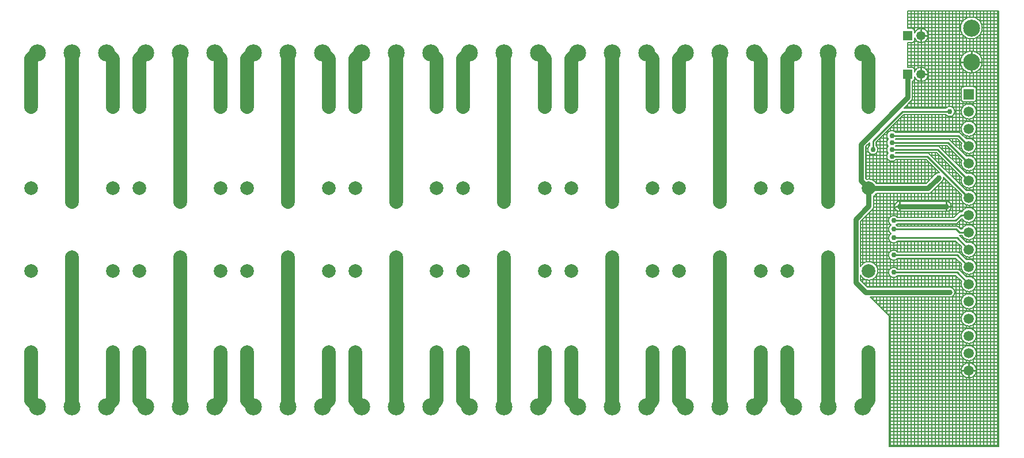
<source format=gbl>
%FSDAX24Y24*%
%MOIN*%
%SFA1B1*%

%IPPOS*%
%ADD10C,0.008000*%
%ADD14C,0.010000*%
%ADD18R,0.053100X0.053100*%
%ADD19C,0.053100*%
%ADD20R,0.059100X0.059100*%
%ADD21C,0.059100*%
%ADD22C,0.078700*%
%ADD23C,0.098400*%
%ADD24C,0.030000*%
%ADD25C,0.078700*%
%ADD26C,0.030000*%
%LNde-270124-1*%
%LPD*%
G54D10*
X059896Y020312D02*
D01*
X059894Y020349*
X059890Y020386*
X059884Y020423*
X059875Y020459*
X059863Y020494*
X059849Y020529*
X059833Y020562*
X059814Y020594*
X059794Y020625*
X059771Y020655*
X059746Y020682*
X059719Y020708*
X059690Y020732*
X059660Y020754*
X059629Y020774*
X059596Y020791*
X059562Y020807*
X059527Y020819*
X059491Y020830*
X059454Y020837*
X059417Y020843*
X059380Y020845*
X059343*
X059306Y020843*
X059269Y020837*
X059232Y020830*
X059196Y020819*
X059161Y020807*
X059127Y020791*
X059095Y020774*
X059063Y020754*
X059033Y020732*
X059004Y020708*
X058977Y020682*
X058952Y020655*
X058929Y020625*
X058909Y020594*
X058890Y020562*
X058890Y020561*
Y020063D02*
D01*
X058908Y020030*
X058929Y019999*
X058952Y019970*
X058976Y019942*
X059003Y019916*
X059032Y019892*
X059062Y019870*
X059093Y019850*
X059126Y019833*
X059160Y019817*
X059195Y019805*
X059231Y019794*
X059267Y019786*
X059304Y019781*
X059341Y019778*
X059378Y019778*
X059416Y019781*
X059452Y019786*
X059489Y019793*
X059525Y019803*
X059560Y019816*
X059594Y019831*
X059627Y019848*
X059658Y019868*
X059689Y019890*
X059717Y019914*
X059744Y019940*
X059769Y019967*
X059792Y019996*
X059813Y020027*
X059832Y020059*
X059848Y020093*
X059862Y020127*
X059874Y020163*
X059883Y020199*
X059890Y020236*
X059894Y020273*
X059895Y020310*
X059896Y020312*
X061019Y020415D02*
D01*
X061005Y020429*
X060990Y020443*
X060974Y020456*
X060958Y020468*
X060940Y020478*
X060922Y020487*
X060904Y020495*
X060885Y020502*
X060865Y020507*
X060845Y020511*
X060825Y020513*
X060805Y020514*
X060785Y020514*
X060764Y020512*
X060744Y020509*
X060725Y020505*
X060705Y020499*
X060686Y020491*
X060668Y020483*
X060650Y020473*
X060633Y020462*
X060617Y020450*
X060602Y020437*
X060588Y020422*
X060574Y020407*
X060562Y020391*
X060551Y020374*
X060541Y020356*
X060533Y020338*
X060525Y020319*
X060520Y020300*
X060515Y020280*
X060512Y020260*
X060510Y020240*
X060510Y020220*
X060511Y020200*
X060513Y020179*
X060517Y020160*
X060522Y020140*
X060529Y020121*
X060537Y020102*
X060546Y020084*
X060556Y020067*
X060568Y020050*
X060581Y020035*
X060594Y020020*
X060609Y020006*
X060625Y019993*
X060641Y019981*
X060659Y019971*
X060677Y019962*
X060695Y019954*
X060714Y019947*
X060734Y019942*
X060754Y019938*
X060774Y019936*
X060794Y019935*
X060814Y019935*
X060835Y019937*
X060855Y019940*
X060874Y019944*
X060894Y019950*
X060913Y019958*
X060931Y019966*
X060949Y019976*
X060966Y019987*
X060982Y019999*
X060997Y020012*
X061011Y020027*
X061019Y020035*
Y021415D02*
D01*
X061005Y021429*
X060990Y021443*
X060974Y021456*
X060958Y021468*
X060940Y021478*
X060922Y021487*
X060904Y021495*
X060885Y021502*
X060865Y021507*
X060845Y021511*
X060825Y021513*
X060805Y021514*
X060785Y021514*
X060764Y021512*
X060744Y021509*
X060725Y021505*
X060705Y021499*
X060686Y021491*
X060668Y021483*
X060650Y021473*
X060633Y021462*
X060617Y021450*
X060602Y021437*
X060588Y021422*
X060574Y021407*
X060562Y021391*
X060551Y021374*
X060541Y021356*
X060533Y021338*
X060525Y021319*
X060520Y021300*
X060515Y021280*
X060512Y021260*
X060510Y021240*
X060510Y021220*
X060511Y021200*
X060513Y021179*
X060517Y021160*
X060522Y021140*
X060529Y021121*
X060537Y021102*
X060546Y021084*
X060556Y021067*
X060568Y021050*
X060581Y021035*
X060594Y021020*
X060609Y021006*
X060625Y020993*
X060641Y020981*
X060659Y020971*
X060677Y020962*
X060695Y020954*
X060714Y020947*
X060734Y020942*
X060754Y020938*
X060774Y020936*
X060794Y020935*
X060814Y020935*
X060835Y020937*
X060855Y020940*
X060874Y020944*
X060894Y020950*
X060913Y020958*
X060931Y020966*
X060949Y020976*
X060966Y020987*
X060982Y020999*
X060997Y021012*
X061011Y021027*
X061019Y021035*
X060653Y022475D02*
D01*
X060635Y022464*
X060619Y022452*
X060604Y022438*
X060589Y022424*
X060576Y022409*
X060564Y022393*
X060552Y022376*
X060542Y022359*
X060534Y022340*
X060526Y022322*
X060520Y022302*
X060515Y022283*
X060512Y022263*
X060510Y022242*
X060509Y022222*
X060510Y022202*
X060513Y022182*
X060516Y022162*
X060521Y022142*
X060528Y022123*
X060536Y022104*
X060545Y022086*
X060555Y022069*
X060566Y022052*
X060579Y022036*
X060592Y022021*
X060607Y022007*
X060623Y021995*
X060639Y021983*
X060656Y021972*
X060674Y021963*
X060693Y021955*
X060712Y021948*
X060732Y021943*
X060751Y021938*
X060771Y021936*
X060792Y021935*
X060812Y021935*
X060832Y021936*
X060852Y021939*
X060872Y021944*
X060891Y021949*
X060910Y021956*
X060929Y021965*
X060947Y021975*
X060964Y021985*
X060980Y021997*
X060995Y022011*
X061010Y022025*
X061019Y022035*
X060653Y022975D02*
D01*
X060635Y022964*
X060619Y022952*
X060604Y022938*
X060589Y022924*
X060576Y022909*
X060564Y022893*
X060552Y022876*
X060542Y022859*
X060534Y022840*
X060526Y022822*
X060520Y022802*
X060515Y022783*
X060512Y022763*
X060510Y022742*
X060509Y022722*
X060510Y022702*
X060513Y022682*
X060516Y022662*
X060521Y022642*
X060528Y022623*
X060536Y022604*
X060545Y022586*
X060555Y022569*
X060566Y022552*
X060579Y022536*
X060592Y022521*
X060607Y022507*
X060623Y022495*
X060639Y022483*
X060653Y022475*
X061019Y023415D02*
D01*
X061005Y023429*
X060990Y023443*
X060974Y023456*
X060958Y023468*
X060940Y023478*
X060922Y023487*
X060904Y023495*
X060885Y023502*
X060865Y023507*
X060845Y023511*
X060825Y023513*
X060805Y023514*
X060785Y023514*
X060764Y023512*
X060744Y023509*
X060725Y023505*
X060705Y023499*
X060686Y023491*
X060668Y023483*
X060650Y023473*
X060633Y023462*
X060617Y023450*
X060602Y023437*
X060588Y023422*
X060574Y023407*
X060562Y023391*
X060551Y023374*
X060541Y023356*
X060533Y023338*
X060525Y023319*
X060520Y023300*
X060515Y023280*
X060512Y023260*
X060510Y023240*
X060510Y023220*
X060511Y023200*
X060513Y023179*
X060517Y023160*
X060522Y023140*
X060529Y023121*
X060537Y023102*
X060546Y023084*
X060556Y023067*
X060568Y023050*
X060581Y023035*
X060594Y023020*
X060609Y023006*
X060625Y022993*
X060641Y022981*
X060653Y022975*
X061019Y022915D02*
D01*
X061005Y022929*
X060990Y022943*
X060974Y022956*
X060958Y022968*
X060947Y022975*
D01*
X060964Y022985*
X060980Y022997*
X060995Y023011*
X061010Y023025*
X061019Y023035*
X061150Y024340D02*
D01*
X061129Y024339*
X061109Y024337*
X061089Y024333*
X061070Y024328*
X061050Y024322*
X061032Y024314*
X061013Y024306*
X060996Y024295*
X060979Y024284*
X060963Y024272*
X060948Y024258*
X060934Y024244*
X060921Y024228*
X060909Y024212*
X060898Y024195*
X060889Y024177*
X060881Y024158*
X060874Y024139*
X060868Y024120*
X060864Y024100*
X060861Y024080*
X060860Y024060*
Y024039*
X060861Y024019*
X060864Y023999*
X060868Y023979*
X060874Y023960*
X060881Y023941*
X060889Y023922*
X060898Y023905*
X060909Y023887*
X060921Y023871*
X060934Y023855*
X060948Y023841*
X060963Y023827*
X060979Y023815*
X060996Y023804*
X061013Y023793*
X061032Y023785*
X061050Y023777*
X061070Y023771*
X061089Y023766*
X061109Y023762*
X061129Y023760*
X061150Y023760*
Y024340D02*
D01*
X061129Y024339*
X061109Y024337*
X061089Y024333*
X061070Y024328*
X061050Y024322*
X061032Y024314*
X061013Y024306*
X060996Y024295*
X060979Y024284*
X060963Y024272*
X060948Y024258*
X060934Y024244*
X060921Y024228*
X060909Y024212*
X060898Y024195*
X060889Y024177*
X060881Y024158*
X060874Y024139*
X060868Y024120*
X060864Y024100*
X060861Y024080*
X060860Y024060*
Y024039*
X060861Y024019*
X060864Y023999*
X060868Y023979*
X060874Y023960*
X060881Y023941*
X060889Y023922*
X060898Y023905*
X060909Y023887*
X060921Y023871*
X060934Y023855*
X060948Y023841*
X060963Y023827*
X060979Y023815*
X060996Y023804*
X061013Y023793*
X061032Y023785*
X061050Y023777*
X061070Y023771*
X061089Y023766*
X061109Y023762*
X061129Y023760*
X061150Y023760*
X059567Y023857D02*
D01*
X059580Y023871*
X059593Y023887*
X059605Y023904*
X059615Y023921*
X059624Y023939*
X059632Y023958*
X059639Y023977*
X059644Y023996*
X059648Y024016*
X059650Y024036*
X059651Y024056*
X059652Y024062*
X059567Y023857D02*
D01*
X059580Y023871*
X059593Y023887*
X059605Y023904*
X059615Y023921*
X059624Y023939*
X059632Y023958*
X059639Y023977*
X059644Y023996*
X059648Y024016*
X059650Y024036*
X059651Y024056*
X059652Y024062*
X059810Y025378D02*
D01*
X059788Y025408*
X059765Y025437*
X059739Y025464*
X059712Y025490*
X059683Y025513*
X059653Y025535*
X059621Y025554*
X059588Y025571*
X059553Y025585*
X059518Y025598*
X059482Y025607*
X059446Y025614*
X059409Y025619*
X059372Y025621*
X059334Y025620*
X059297Y025617*
X059260Y025612*
X059250Y025610*
X059652Y024640D02*
D01*
X059682Y024661*
X059711Y024684*
X059738Y024710*
X059764Y024737*
X059787Y024766*
X059809Y024796*
X059810Y024798*
X059410Y027569D02*
D01*
X059395Y027555*
X059381Y027540*
X059368Y027524*
X059356Y027508*
X059346Y027490*
X059337Y027472*
X059329Y027454*
X059322Y027435*
X059317Y027415*
X059313Y027395*
X059311Y027375*
X059310Y027355*
X059310Y027335*
X059312Y027314*
X059315Y027294*
X059319Y027275*
X059325Y027255*
X059333Y027236*
X059341Y027218*
X059351Y027200*
X059362Y027183*
X059374Y027167*
X059387Y027152*
X059402Y027138*
X059417Y027124*
X059433Y027112*
X059450Y027101*
X059468Y027091*
X059486Y027083*
X059505Y027075*
X059524Y027070*
X059544Y027065*
X059564Y027062*
X059584Y027060*
X059604Y027060*
X059624Y027061*
X059645Y027063*
X059664Y027067*
X059684Y027072*
X059703Y027079*
X059722Y027087*
X059740Y027096*
X059757Y027106*
X059774Y027118*
X059790Y027131*
X059804Y027144*
X059818Y027159*
X059831Y027175*
X059843Y027191*
X059853Y027209*
X059862Y027227*
X059870Y027245*
X059877Y027264*
X059882Y027284*
X059886Y027304*
X059888Y027324*
X059889Y027344*
X059890Y027350*
D01*
X059889Y027370*
X059887Y027390*
X059883Y027410*
X059878Y027429*
X059872Y027449*
X059864Y027467*
X059856Y027486*
X059845Y027503*
X059834Y027520*
X059822Y027536*
X059808Y027551*
X059794Y027565*
X059790Y027569*
X060490Y027550D02*
D01*
X060476Y027534*
X060464Y027518*
X060453Y027501*
X060443Y027484*
X060434Y027466*
X060426Y027447*
X060420Y027428*
X060415Y027408*
X060412Y027388*
X060410Y027368*
X060410Y027347*
X060410Y027327*
X060413Y027307*
X060416Y027287*
X060421Y027268*
X060428Y027248*
X060435Y027230*
X060444Y027212*
X060455Y027194*
X060466Y027177*
X060479Y027162*
X060490Y027150*
Y027950D02*
D01*
X060476Y027934*
X060464Y027918*
X060453Y027901*
X060443Y027884*
X060434Y027866*
X060426Y027847*
X060420Y027828*
X060415Y027808*
X060412Y027788*
X060410Y027768*
X060410Y027747*
X060410Y027727*
X060413Y027707*
X060416Y027687*
X060421Y027668*
X060428Y027648*
X060435Y027630*
X060444Y027612*
X060455Y027594*
X060466Y027577*
X060479Y027562*
X060490Y027550*
Y027150D02*
D01*
X060476Y027134*
X060464Y027118*
X060453Y027101*
X060443Y027084*
X060434Y027066*
X060426Y027047*
X060420Y027028*
X060415Y027008*
X060412Y026988*
X060410Y026968*
X060410Y026947*
X060410Y026927*
X060413Y026907*
X060416Y026887*
X060421Y026868*
X060428Y026848*
X060435Y026830*
X060444Y026812*
X060455Y026794*
X060466Y026777*
X060479Y026762*
X060492Y026747*
X060507Y026733*
X060523Y026720*
X060539Y026708*
X060556Y026697*
X060574Y026688*
X060593Y026680*
X060612Y026673*
X060631Y026668*
X060651Y026664*
X060671Y026661*
X060691Y026660*
X060712Y026660*
X060732Y026661*
X060752Y026664*
X060772Y026669*
X060791Y026674*
X060810Y026681*
X060828Y026690*
X060846Y026699*
X060863Y026710*
X060880Y026722*
X060895Y026735*
X060910Y026750*
X060919Y026760*
Y028340D02*
D01*
X060905Y028354*
X060890Y028368*
X060874Y028381*
X060858Y028393*
X060840Y028403*
X060822Y028412*
X060804Y028420*
X060785Y028427*
X060765Y028432*
X060745Y028436*
X060725Y028438*
X060705Y028439*
X060685Y028439*
X060664Y028437*
X060644Y028434*
X060625Y028430*
X060605Y028424*
X060586Y028416*
X060568Y028408*
X060550Y028398*
X060533Y028387*
X060517Y028375*
X060502Y028362*
X060488Y028347*
X060474Y028332*
X060462Y028316*
X060451Y028299*
X060441Y028281*
X060433Y028263*
X060425Y028244*
X060420Y028225*
X060415Y028205*
X060412Y028185*
X060410Y028165*
X060410Y028145*
X060411Y028125*
X060413Y028104*
X060417Y028085*
X060422Y028065*
X060429Y028046*
X060437Y028027*
X060446Y028009*
X060456Y027992*
X060468Y027975*
X060481Y027960*
X060490Y027950*
X061811Y030151D02*
D01*
X061824Y030165*
X061837Y030181*
X061849Y030198*
X061859Y030215*
X061868Y030233*
X061876Y030252*
X061883Y030271*
X061888Y030290*
X061892Y030310*
X061894Y030330*
X061895Y030350*
X061896Y030356*
X061811Y030151D02*
D01*
X061824Y030165*
X061837Y030181*
X061849Y030198*
X061859Y030215*
X061868Y030233*
X061876Y030252*
X061883Y030271*
X061888Y030290*
X061892Y030310*
X061894Y030330*
X061895Y030350*
X061896Y030356*
Y031296D02*
D01*
X061905Y031298*
X061914Y031300*
X061924Y031304*
X061933Y031307*
X061941Y031312*
X061950Y031317*
X061957Y031323*
X061965Y031329*
X061972Y031336*
X061979Y031343*
X061985Y031351*
X061990Y031359*
X061995Y031367*
X061999Y031376*
X062003Y031385*
X062006Y031395*
X062008Y031404*
X062010Y031414*
X062011Y031423*
X062012Y031433*
X062012Y031434*
Y031966D02*
D01*
X062011Y031975*
X062010Y031985*
X062008Y031995*
X062006Y032004*
X062003Y032013*
X061999Y032022*
X061995Y032031*
X061990Y032040*
X061985Y032048*
X061979Y032055*
X061972Y032063*
X061965Y032070*
X061958Y032076*
X061950Y032082*
X061942Y032087*
X061933Y032091*
X061924Y032095*
X061915Y032099*
X061905Y032101*
X061896Y032103*
X061886Y032105*
X061876Y032105*
X061872Y032106*
Y033544D02*
D01*
X061881Y033544*
X061891Y033545*
X061901Y033547*
X061910Y033549*
X061919Y033552*
X061928Y033556*
X061937Y033560*
X061946Y033565*
X061954Y033570*
X061961Y033576*
X061969Y033583*
X061976Y033590*
X061982Y033597*
X061988Y033605*
X061993Y033614*
X061997Y033622*
X062001Y033631*
X062005Y033640*
X062007Y033650*
X062009Y033659*
X062011Y033669*
X062011Y033679*
X062012Y033684*
Y034216D02*
D01*
X062011Y034225*
X062010Y034235*
X062008Y034245*
X062006Y034254*
X062003Y034263*
X061999Y034272*
X061995Y034281*
X061990Y034290*
X061985Y034298*
X061979Y034305*
X061972Y034313*
X061965Y034320*
X061958Y034326*
X061950Y034332*
X061942Y034337*
X061933Y034341*
X061924Y034345*
X061915Y034349*
X061905Y034351*
X061896Y034353*
X061886Y034355*
X061876Y034355*
X061872Y034356*
X062788Y024798D02*
D01*
X062808Y024798*
X062828Y024800*
X062848Y024804*
X062867Y024809*
X062887Y024815*
X062905Y024823*
X062924Y024831*
X062941Y024842*
X062958Y024853*
X062974Y024865*
X062989Y024879*
X062993Y024883*
X062788Y024798D02*
D01*
X062808Y024798*
X062828Y024800*
X062848Y024804*
X062867Y024809*
X062887Y024815*
X062905Y024823*
X062924Y024831*
X062941Y024842*
X062958Y024853*
X062974Y024865*
X062989Y024879*
X062993Y024883*
X062884Y027084D02*
D01*
X062874Y027093*
X062864Y027101*
X062853Y027108*
X062841Y027115*
X062830Y027121*
X062817Y027126*
X062805Y027131*
X062792Y027134*
X062779Y027137*
X062766Y027138*
X062753Y027139*
X062750Y027140*
X062885Y027084D02*
D01*
X062875Y027093*
X062865Y027101*
X062854Y027109*
X062842Y027116*
X062831Y027122*
X062818Y027127*
X062806Y027131*
X062793Y027135*
X062780Y027137*
X062767Y027139*
X062754Y027140*
X062750Y027140*
X063445Y025987D02*
D01*
X063424Y025989*
X063404Y025990*
X063384Y025990*
X063364Y025988*
X063344Y025985*
X063324Y025980*
X063304Y025974*
X063286Y025967*
X063267Y025958*
X063249Y025948*
X063233Y025937*
X063216Y025925*
X063201Y025912*
X063195Y025905*
X062012Y031562D02*
D01*
X062022Y031535*
X062034Y031510*
X062049Y031485*
X062064Y031462*
X062082Y031439*
X062101Y031418*
X062121Y031398*
X062143Y031380*
X062166Y031363*
X062190Y031348*
X062215Y031335*
X062240Y031323*
X062267Y031314*
X062294Y031306*
X062322Y031300*
X062350Y031296*
X062378Y031294*
X062407Y031294*
X062435Y031295*
X062463Y031299*
X062491Y031305*
X062518Y031313*
X062545Y031323*
X062571Y031334*
X062596Y031347*
X062620Y031362*
X062643Y031379*
X062665Y031397*
X062685Y031417*
X062704Y031438*
X062722Y031460*
X062737Y031483*
X062752Y031508*
X062764Y031533*
X062775Y031560*
X062784Y031587*
X062791Y031614*
X062796Y031642*
X062799Y031670*
X062800Y031699*
X062799Y031700*
D01*
X062798Y031728*
X062795Y031756*
X062790Y031784*
X062783Y031811*
X062774Y031838*
X062763Y031865*
X062751Y031890*
X062737Y031915*
X062721Y031938*
X062704Y031960*
X062685Y031982*
X062664Y032001*
X062642Y032019*
X062620Y032036*
X062596Y032051*
X062570Y032064*
X062545Y032076*
X062518Y032086*
X062491Y032093*
X062463Y032099*
X062435Y032103*
X062407Y032105*
X062378*
X062350Y032103*
X062322Y032099*
X062294Y032093*
X062267Y032086*
X062240Y032076*
X062215Y032064*
X062190Y032051*
X062165Y032036*
X062143Y032019*
X062121Y032001*
X062100Y031982*
X062081Y031960*
X062064Y031938*
X062048Y031915*
X062034Y031890*
X062022Y031865*
X062011Y031838*
X062012Y031838*
Y033812D02*
D01*
X062022Y033785*
X062034Y033760*
X062049Y033735*
X062064Y033712*
X062082Y033689*
X062101Y033668*
X062121Y033648*
X062143Y033630*
X062166Y033613*
X062190Y033598*
X062215Y033585*
X062240Y033573*
X062267Y033564*
X062294Y033556*
X062322Y033550*
X062350Y033546*
X062378Y033544*
X062407Y033544*
X062435Y033545*
X062463Y033549*
X062491Y033555*
X062518Y033563*
X062545Y033573*
X062571Y033584*
X062596Y033597*
X062620Y033612*
X062643Y033629*
X062665Y033647*
X062685Y033667*
X062704Y033688*
X062722Y033710*
X062737Y033733*
X062752Y033758*
X062764Y033783*
X062775Y033810*
X062784Y033837*
X062791Y033864*
X062796Y033892*
X062799Y033920*
X062800Y033949*
X062799Y033950*
D01*
X062798Y033978*
X062795Y034006*
X062790Y034034*
X062783Y034061*
X062774Y034088*
X062763Y034115*
X062751Y034140*
X062737Y034165*
X062721Y034188*
X062704Y034210*
X062685Y034232*
X062664Y034251*
X062642Y034269*
X062620Y034286*
X062596Y034301*
X062570Y034314*
X062545Y034326*
X062518Y034336*
X062491Y034343*
X062463Y034349*
X062435Y034353*
X062407Y034355*
X062378*
X062350Y034353*
X062322Y034349*
X062294Y034343*
X062267Y034336*
X062240Y034326*
X062215Y034314*
X062190Y034301*
X062165Y034286*
X062143Y034269*
X062121Y034251*
X062100Y034232*
X062081Y034210*
X062064Y034188*
X062048Y034165*
X062034Y034140*
X062022Y034115*
X062011Y034088*
X062012Y034088*
X064050Y018785D02*
D01*
X064070Y018785*
X064090Y018787*
X064110Y018791*
X064129Y018796*
X064149Y018802*
X064167Y018810*
X064186Y018818*
X064203Y018829*
X064220Y018840*
X064236Y018852*
X064251Y018866*
X064265Y018880*
X064278Y018896*
X064290Y018912*
X064301Y018930*
X064310Y018947*
X064318Y018966*
X064325Y018985*
X064331Y019004*
X064335Y019024*
X064338Y019044*
X064339Y019064*
X064340Y019075*
X064050Y018785D02*
D01*
X064070Y018785*
X064090Y018787*
X064110Y018791*
X064129Y018796*
X064149Y018802*
X064167Y018810*
X064186Y018818*
X064203Y018829*
X064220Y018840*
X064236Y018852*
X064251Y018866*
X064265Y018880*
X064278Y018896*
X064290Y018912*
X064301Y018930*
X064310Y018947*
X064318Y018966*
X064325Y018985*
X064331Y019004*
X064335Y019024*
X064338Y019044*
X064339Y019064*
X064340Y019075*
D01*
X064339Y019095*
X064337Y019115*
X064333Y019135*
X064328Y019154*
X064322Y019174*
X064314Y019192*
X064306Y019211*
X064295Y019228*
X064284Y019245*
X064272Y019261*
X064258Y019276*
X064244Y019290*
X064228Y019303*
X064212Y019315*
X064195Y019326*
X064177Y019335*
X064158Y019343*
X064139Y019350*
X064120Y019356*
X064100Y019360*
X064080Y019363*
X064060Y019364*
X064050Y019365*
X064340Y019075D02*
D01*
X064339Y019095*
X064337Y019115*
X064333Y019135*
X064328Y019154*
X064322Y019174*
X064314Y019192*
X064306Y019211*
X064295Y019228*
X064284Y019245*
X064272Y019261*
X064258Y019276*
X064244Y019290*
X064228Y019303*
X064212Y019315*
X064195Y019326*
X064177Y019335*
X064158Y019343*
X064139Y019350*
X064120Y019356*
X064100Y019360*
X064080Y019363*
X064060Y019364*
X064050Y019365*
X064609Y020359D02*
D01*
X064599Y020368*
X064589Y020376*
X064578Y020383*
X064566Y020390*
X064555Y020396*
X064542Y020401*
X064530Y020406*
X064517Y020409*
X064504Y020412*
X064491Y020413*
X064478Y020414*
X064475Y020415*
X064610Y020359D02*
D01*
X064600Y020368*
X064590Y020376*
X064579Y020384*
X064567Y020391*
X064556Y020397*
X064543Y020402*
X064531Y020406*
X064518Y020410*
X064505Y020412*
X064492Y020414*
X064479Y020415*
X064475Y020415*
X064609Y021359D02*
D01*
X064599Y021368*
X064589Y021376*
X064578Y021383*
X064566Y021390*
X064555Y021396*
X064542Y021401*
X064530Y021406*
X064517Y021409*
X064504Y021412*
X064491Y021413*
X064478Y021414*
X064475Y021415*
X064375Y023035D02*
D01*
X064388Y023035*
X064401Y023036*
X064414Y023039*
X064427Y023042*
X064439Y023046*
X064452Y023051*
X064464Y023057*
X064475Y023063*
X064486Y023071*
X064497Y023079*
X064506Y023088*
X064509Y023091*
X064375Y023035D02*
D01*
X064388Y023035*
X064401Y023036*
X064414Y023039*
X064427Y023042*
X064439Y023046*
X064452Y023051*
X064464Y023057*
X064475Y023063*
X064486Y023071*
X064497Y023079*
X064506Y023088*
X064510Y023091*
X063850Y023760D02*
D01*
X063870Y023760*
X063890Y023762*
X063910Y023766*
X063929Y023771*
X063949Y023777*
X063967Y023785*
X063986Y023793*
X064003Y023804*
X064020Y023815*
X064036Y023827*
X064051Y023841*
X064065Y023855*
X064078Y023871*
X064090Y023887*
X064101Y023905*
X064110Y023922*
X064118Y023941*
X064125Y023960*
X064131Y023979*
X064135Y023999*
X064138Y024019*
X064139Y024039*
X064140Y024050*
X063850Y023760D02*
D01*
X063870Y023760*
X063890Y023762*
X063910Y023766*
X063929Y023771*
X063949Y023777*
X063967Y023785*
X063986Y023793*
X064003Y023804*
X064020Y023815*
X064036Y023827*
X064051Y023841*
X064065Y023855*
X064078Y023871*
X064090Y023887*
X064101Y023905*
X064110Y023922*
X064118Y023941*
X064125Y023960*
X064131Y023979*
X064135Y023999*
X064138Y024019*
X064139Y024039*
X064140Y024050*
X064610Y021359D02*
D01*
X064600Y021368*
X064590Y021376*
X064579Y021384*
X064567Y021391*
X064556Y021397*
X064543Y021402*
X064531Y021406*
X064518Y021410*
X064505Y021412*
X064492Y021414*
X064479Y021415*
X064475Y021415*
X064560Y022859D02*
D01*
X064550Y022868*
X064540Y022876*
X064529Y022884*
X064517Y022891*
X064506Y022897*
X064493Y022902*
X064481Y022906*
X064468Y022910*
X064455Y022912*
X064442Y022914*
X064429Y022915*
X064425Y022915*
X064559Y022859D02*
D01*
X064549Y022868*
X064539Y022876*
X064528Y022883*
X064516Y022890*
X064505Y022896*
X064492Y022901*
X064480Y022906*
X064467Y022909*
X064454Y022912*
X064441Y022913*
X064428Y022914*
X064425Y022915*
X064700Y023740D02*
D01*
X064686Y023739*
X064673Y023738*
X064660Y023735*
X064647Y023732*
X064635Y023728*
X064622Y023723*
X064610Y023717*
X064599Y023711*
X064588Y023703*
X064577Y023695*
X064568Y023686*
X064565Y023684*
X064700Y023740D02*
D01*
X064686Y023739*
X064673Y023738*
X064660Y023735*
X064647Y023732*
X064635Y023728*
X064622Y023723*
X064610Y023717*
X064599Y023711*
X064588Y023703*
X064577Y023695*
X064568Y023686*
X064566Y023684*
X065585Y014550D02*
D01*
X065583Y014580*
X065580Y014610*
X065575Y014640*
X065568Y014669*
X065558Y014698*
X065547Y014726*
X065534Y014754*
X065518Y014780*
X065501Y014805*
X065483Y014829*
X065462Y014852*
X065441Y014873*
X065417Y014892*
X065393Y014910*
X065367Y014926*
X065340Y014940*
X065312Y014953*
X065284Y014963*
X065255Y014972*
X065225Y014978*
X065195Y014982*
X065165Y014984*
X065134*
X065104Y014982*
X065074Y014978*
X065044Y014972*
X065015Y014963*
X064987Y014953*
X064959Y014940*
X064932Y014926*
X064906Y014910*
X064882Y014892*
X064858Y014873*
X064837Y014852*
X064816Y014829*
X064798Y014805*
X064781Y014780*
X064765Y014754*
X064752Y014726*
X064741Y014698*
X064731Y014669*
X064724Y014640*
X064719Y014610*
X064716Y014580*
X064715Y014550*
X064716Y014519*
X064719Y014489*
X064724Y014459*
X064731Y014430*
X064741Y014401*
X064752Y014373*
X064765Y014345*
X064781Y014319*
X064798Y014294*
X064816Y014270*
X064837Y014247*
X064858Y014226*
X064882Y014207*
X064906Y014189*
X064932Y014173*
X064959Y014159*
X064987Y014146*
X065015Y014136*
X065044Y014127*
X065074Y014121*
X065104Y014117*
X065134Y014115*
X065165*
X065195Y014117*
X065225Y014121*
X065255Y014127*
X065284Y014136*
X065312Y014146*
X065340Y014159*
X065367Y014173*
X065393Y014189*
X065417Y014207*
X065441Y014226*
X065462Y014247*
X065483Y014270*
X065501Y014294*
X065518Y014319*
X065534Y014345*
X065547Y014373*
X065558Y014401*
X065568Y014430*
X065575Y014459*
X065580Y014489*
X065583Y014519*
X065585Y014550*
Y015550D02*
D01*
X065583Y015580*
X065580Y015610*
X065575Y015640*
X065568Y015669*
X065558Y015698*
X065547Y015726*
X065534Y015754*
X065518Y015780*
X065501Y015805*
X065483Y015829*
X065462Y015852*
X065441Y015873*
X065417Y015892*
X065393Y015910*
X065367Y015926*
X065340Y015940*
X065312Y015953*
X065284Y015963*
X065255Y015972*
X065225Y015978*
X065195Y015982*
X065165Y015984*
X065134*
X065104Y015982*
X065074Y015978*
X065044Y015972*
X065015Y015963*
X064987Y015953*
X064959Y015940*
X064932Y015926*
X064906Y015910*
X064882Y015892*
X064858Y015873*
X064837Y015852*
X064816Y015829*
X064798Y015805*
X064781Y015780*
X064765Y015754*
X064752Y015726*
X064741Y015698*
X064731Y015669*
X064724Y015640*
X064719Y015610*
X064716Y015580*
X064715Y015550*
X064716Y015519*
X064719Y015489*
X064724Y015459*
X064731Y015430*
X064741Y015401*
X064752Y015373*
X064765Y015345*
X064781Y015319*
X064798Y015294*
X064816Y015270*
X064837Y015247*
X064858Y015226*
X064882Y015207*
X064906Y015189*
X064932Y015173*
X064959Y015159*
X064987Y015146*
X065015Y015136*
X065044Y015127*
X065074Y015121*
X065104Y015117*
X065134Y015115*
X065165*
X065195Y015117*
X065225Y015121*
X065255Y015127*
X065284Y015136*
X065312Y015146*
X065340Y015159*
X065367Y015173*
X065393Y015189*
X065417Y015207*
X065441Y015226*
X065462Y015247*
X065483Y015270*
X065501Y015294*
X065518Y015319*
X065534Y015345*
X065547Y015373*
X065558Y015401*
X065568Y015430*
X065575Y015459*
X065580Y015489*
X065583Y015519*
X065585Y015550*
Y016550D02*
D01*
X065583Y016580*
X065580Y016610*
X065575Y016640*
X065568Y016669*
X065558Y016698*
X065547Y016726*
X065534Y016754*
X065518Y016780*
X065501Y016805*
X065483Y016829*
X065462Y016852*
X065441Y016873*
X065417Y016892*
X065393Y016910*
X065367Y016926*
X065340Y016940*
X065312Y016953*
X065284Y016963*
X065255Y016972*
X065225Y016978*
X065195Y016982*
X065165Y016984*
X065134*
X065104Y016982*
X065074Y016978*
X065044Y016972*
X065015Y016963*
X064987Y016953*
X064959Y016940*
X064932Y016926*
X064906Y016910*
X064882Y016892*
X064858Y016873*
X064837Y016852*
X064816Y016829*
X064798Y016805*
X064781Y016780*
X064765Y016754*
X064752Y016726*
X064741Y016698*
X064731Y016669*
X064724Y016640*
X064719Y016610*
X064716Y016580*
X064715Y016550*
X064716Y016519*
X064719Y016489*
X064724Y016459*
X064731Y016430*
X064741Y016401*
X064752Y016373*
X064765Y016345*
X064781Y016319*
X064798Y016294*
X064816Y016270*
X064837Y016247*
X064858Y016226*
X064882Y016207*
X064906Y016189*
X064932Y016173*
X064959Y016159*
X064987Y016146*
X065015Y016136*
X065044Y016127*
X065074Y016121*
X065104Y016117*
X065134Y016115*
X065165*
X065195Y016117*
X065225Y016121*
X065255Y016127*
X065284Y016136*
X065312Y016146*
X065340Y016159*
X065367Y016173*
X065393Y016189*
X065417Y016207*
X065441Y016226*
X065462Y016247*
X065483Y016270*
X065501Y016294*
X065518Y016319*
X065534Y016345*
X065547Y016373*
X065558Y016401*
X065568Y016430*
X065575Y016459*
X065580Y016489*
X065583Y016519*
X065585Y016550*
Y017550D02*
D01*
X065583Y017580*
X065580Y017610*
X065575Y017640*
X065568Y017669*
X065558Y017698*
X065547Y017726*
X065534Y017754*
X065518Y017780*
X065501Y017805*
X065483Y017829*
X065462Y017852*
X065441Y017873*
X065417Y017892*
X065393Y017910*
X065367Y017926*
X065340Y017940*
X065312Y017953*
X065284Y017963*
X065255Y017972*
X065225Y017978*
X065195Y017982*
X065165Y017984*
X065134*
X065104Y017982*
X065074Y017978*
X065044Y017972*
X065015Y017963*
X064987Y017953*
X064959Y017940*
X064932Y017926*
X064906Y017910*
X064882Y017892*
X064858Y017873*
X064837Y017852*
X064816Y017829*
X064798Y017805*
X064781Y017780*
X064765Y017754*
X064752Y017726*
X064741Y017698*
X064731Y017669*
X064724Y017640*
X064719Y017610*
X064716Y017580*
X064715Y017550*
X064716Y017519*
X064719Y017489*
X064724Y017459*
X064731Y017430*
X064741Y017401*
X064752Y017373*
X064765Y017345*
X064781Y017319*
X064798Y017294*
X064816Y017270*
X064837Y017247*
X064858Y017226*
X064882Y017207*
X064906Y017189*
X064932Y017173*
X064959Y017159*
X064987Y017146*
X065015Y017136*
X065044Y017127*
X065074Y017121*
X065104Y017117*
X065134Y017115*
X065165*
X065195Y017117*
X065225Y017121*
X065255Y017127*
X065284Y017136*
X065312Y017146*
X065340Y017159*
X065367Y017173*
X065393Y017189*
X065417Y017207*
X065441Y017226*
X065462Y017247*
X065483Y017270*
X065501Y017294*
X065518Y017319*
X065534Y017345*
X065547Y017373*
X065558Y017401*
X065568Y017430*
X065575Y017459*
X065580Y017489*
X065583Y017519*
X065585Y017550*
Y018550D02*
D01*
X065583Y018580*
X065580Y018610*
X065575Y018640*
X065568Y018669*
X065558Y018698*
X065547Y018726*
X065534Y018754*
X065518Y018780*
X065501Y018805*
X065483Y018829*
X065462Y018852*
X065441Y018873*
X065417Y018892*
X065393Y018910*
X065367Y018926*
X065340Y018940*
X065312Y018953*
X065284Y018963*
X065255Y018972*
X065225Y018978*
X065195Y018982*
X065165Y018984*
X065134*
X065104Y018982*
X065074Y018978*
X065044Y018972*
X065015Y018963*
X064987Y018953*
X064959Y018940*
X064932Y018926*
X064906Y018910*
X064882Y018892*
X064858Y018873*
X064837Y018852*
X064816Y018829*
X064798Y018805*
X064781Y018780*
X064765Y018754*
X064752Y018726*
X064741Y018698*
X064731Y018669*
X064724Y018640*
X064719Y018610*
X064716Y018580*
X064715Y018550*
X064716Y018519*
X064719Y018489*
X064724Y018459*
X064731Y018430*
X064741Y018401*
X064752Y018373*
X064765Y018345*
X064781Y018319*
X064798Y018294*
X064816Y018270*
X064837Y018247*
X064858Y018226*
X064882Y018207*
X064906Y018189*
X064932Y018173*
X064959Y018159*
X064987Y018146*
X065015Y018136*
X065044Y018127*
X065074Y018121*
X065104Y018117*
X065134Y018115*
X065165*
X065195Y018117*
X065225Y018121*
X065255Y018127*
X065284Y018136*
X065312Y018146*
X065340Y018159*
X065367Y018173*
X065393Y018189*
X065417Y018207*
X065441Y018226*
X065462Y018247*
X065483Y018270*
X065501Y018294*
X065518Y018319*
X065534Y018345*
X065547Y018373*
X065558Y018401*
X065568Y018430*
X065575Y018459*
X065580Y018489*
X065583Y018519*
X065585Y018550*
X064739Y019693D02*
D01*
X064730Y019663*
X064723Y019634*
X064718Y019604*
X064715Y019574*
X064714Y019543*
X064716Y019513*
X064719Y019483*
X064725Y019453*
X064733Y019424*
X064743Y019395*
X064755Y019367*
X064768Y019340*
X064784Y019314*
X064801Y019289*
X064820Y019265*
X064841Y019243*
X064863Y019222*
X064886Y019203*
X064911Y019185*
X064937Y019170*
X064964Y019156*
X064992Y019144*
X065021Y019134*
X065050Y019126*
X065080Y019120*
X065110Y019116*
X065141Y019114*
X065171Y019115*
X065201Y019117*
X065231Y019122*
X065261Y019129*
X065290Y019138*
X065318Y019148*
X065346Y019161*
X065372Y019176*
X065398Y019192*
X065422Y019210*
X065445Y019230*
X065467Y019252*
X065487Y019275*
X065505Y019299*
X065522Y019324*
X065537Y019351*
X065550Y019378*
X065561Y019407*
X065569Y019436*
X065576Y019465*
X065581Y019495*
X065584Y019525*
X065585Y019550*
X064739Y020693D02*
D01*
X064730Y020663*
X064723Y020634*
X064718Y020604*
X064715Y020574*
X064714Y020543*
X064716Y020513*
X064719Y020483*
X064725Y020453*
X064733Y020424*
X064743Y020395*
X064755Y020367*
X064768Y020340*
X064784Y020314*
X064801Y020289*
X064820Y020265*
X064841Y020243*
X064863Y020222*
X064886Y020203*
X064911Y020185*
X064937Y020170*
X064964Y020156*
X064992Y020144*
X065021Y020134*
X065050Y020126*
X065080Y020120*
X065110Y020116*
X065141Y020114*
X065171Y020115*
X065201Y020117*
X065231Y020122*
X065261Y020129*
X065290Y020138*
X065318Y020148*
X065346Y020161*
X065372Y020176*
X065398Y020192*
X065422Y020210*
X065445Y020230*
X065467Y020252*
X065487Y020275*
X065505Y020299*
X065522Y020324*
X065537Y020351*
X065550Y020378*
X065561Y020407*
X065569Y020436*
X065576Y020465*
X065581Y020495*
X065584Y020525*
X065585Y020550*
Y019550D02*
D01*
X065583Y019580*
X065580Y019610*
X065575Y019640*
X065568Y019669*
X065558Y019698*
X065547Y019726*
X065534Y019754*
X065518Y019780*
X065501Y019805*
X065483Y019829*
X065462Y019852*
X065441Y019873*
X065417Y019892*
X065393Y019910*
X065367Y019926*
X065340Y019940*
X065312Y019953*
X065284Y019963*
X065255Y019972*
X065225Y019978*
X065195Y019982*
X065165Y019984*
X065134*
X065104Y019982*
X065074Y019978*
X065044Y019972*
X065015Y019963*
X065007Y019961*
X064739Y021693D02*
D01*
X064730Y021663*
X064723Y021634*
X064718Y021604*
X064715Y021574*
X064714Y021543*
X064716Y021513*
X064719Y021483*
X064725Y021453*
X064733Y021424*
X064743Y021395*
X064755Y021367*
X064768Y021340*
X064784Y021314*
X064801Y021289*
X064820Y021265*
X064841Y021243*
X064863Y021222*
X064886Y021203*
X064911Y021185*
X064937Y021170*
X064964Y021156*
X064992Y021144*
X065021Y021134*
X065050Y021126*
X065080Y021120*
X065110Y021116*
X065141Y021114*
X065171Y021115*
X065201Y021117*
X065231Y021122*
X065261Y021129*
X065290Y021138*
X065318Y021148*
X065346Y021161*
X065372Y021176*
X065398Y021192*
X065422Y021210*
X065445Y021230*
X065467Y021252*
X065487Y021275*
X065505Y021299*
X065522Y021324*
X065537Y021351*
X065550Y021378*
X065561Y021407*
X065569Y021436*
X065576Y021465*
X065581Y021495*
X065584Y021525*
X065585Y021550*
Y020550D02*
D01*
X065583Y020580*
X065580Y020610*
X065575Y020640*
X065568Y020669*
X065558Y020698*
X065547Y020726*
X065534Y020754*
X065518Y020780*
X065501Y020805*
X065483Y020829*
X065462Y020852*
X065441Y020873*
X065417Y020892*
X065393Y020910*
X065367Y020926*
X065340Y020940*
X065312Y020953*
X065284Y020963*
X065255Y020972*
X065225Y020978*
X065195Y020982*
X065165Y020984*
X065134*
X065104Y020982*
X065074Y020978*
X065044Y020972*
X065015Y020963*
X065007Y020961*
X065585Y021550D02*
D01*
X065583Y021580*
X065580Y021610*
X065575Y021640*
X065568Y021669*
X065558Y021698*
X065547Y021726*
X065534Y021754*
X065518Y021780*
X065501Y021805*
X065483Y021829*
X065462Y021852*
X065441Y021873*
X065417Y021892*
X065393Y021910*
X065367Y021926*
X065340Y021940*
X065312Y021953*
X065284Y021963*
X065255Y021972*
X065225Y021978*
X065195Y021982*
X065165Y021984*
X065134*
X065104Y021982*
X065074Y021978*
X065044Y021972*
X065015Y021963*
X065007Y021961*
X064758Y022360D02*
D01*
X064772Y022333*
X064788Y022307*
X064806Y022282*
X064825Y022259*
X064846Y022237*
X064869Y022216*
X064893Y022198*
X064918Y022181*
X064944Y022165*
X064971Y022152*
X065000Y022141*
X065028Y022131*
X065058Y022124*
X065088Y022118*
X065118Y022115*
X065148Y022114*
X065179Y022115*
X065209Y022118*
X065239Y022123*
X065269Y022130*
X065297Y022140*
X065326Y022151*
X065353Y022164*
X065379Y022180*
X065405Y022196*
X065429Y022215*
X065451Y022235*
X065473Y022257*
X065492Y022280*
X065510Y022305*
X065526Y022331*
X065541Y022358*
X065553Y022385*
X065563Y022414*
X065572Y022443*
X065578Y022473*
X065583Y022503*
X065585Y022533*
X065585Y022550*
D01*
X065583Y022580*
X065580Y022610*
X065575Y022640*
X065568Y022669*
X065558Y022698*
X065547Y022726*
X065534Y022754*
X065518Y022780*
X065501Y022805*
X065483Y022829*
X065462Y022852*
X065441Y022873*
X065417Y022892*
X065393Y022910*
X065367Y022926*
X065340Y022940*
X065312Y022953*
X065284Y022963*
X065255Y022972*
X065225Y022978*
X065195Y022982*
X065165Y022984*
X065134*
X065104Y022982*
X065074Y022978*
X065044Y022972*
X065015Y022963*
X064987Y022953*
X064959Y022940*
X064932Y022926*
X064906Y022910*
X064882Y022892*
X064858Y022873*
X064837Y022852*
X064816Y022829*
X064798Y022805*
X064781Y022780*
X064765Y022754*
X064758Y022740*
X064765Y023347D02*
D01*
X064780Y023320*
X064796Y023295*
X064815Y023271*
X064835Y023248*
X064857Y023227*
X064880Y023207*
X064905Y023190*
X064931Y023173*
X064957Y023159*
X064985Y023147*
X065014Y023136*
X065043Y023128*
X065072Y023121*
X065103Y023117*
X065133Y023115*
X065163Y023114*
X065193Y023116*
X065224Y023121*
X065253Y023127*
X065283Y023135*
X065311Y023145*
X065339Y023158*
X065366Y023172*
X065392Y023188*
X065416Y023206*
X065440Y023225*
X065462Y023246*
X065482Y023269*
X065501Y023292*
X065518Y023318*
X065533Y023344*
X065546Y023371*
X065558Y023399*
X065567Y023428*
X065575Y023458*
X065580Y023487*
X065584Y023518*
X065585Y023548*
X065585Y023550*
D01*
X065583Y023580*
X065580Y023610*
X065575Y023640*
X065568Y023669*
X065558Y023698*
X065547Y023726*
X065534Y023754*
X065518Y023780*
X065501Y023805*
X065483Y023829*
X065462Y023852*
X065441Y023873*
X065417Y023892*
X065393Y023910*
X065367Y023926*
X065340Y023940*
X065312Y023953*
X065284Y023963*
X065255Y023972*
X065225Y023978*
X065195Y023982*
X065165Y023984*
X065134*
X065104Y023982*
X065074Y023978*
X065044Y023972*
X065015Y023963*
X064987Y023953*
X064959Y023940*
X064932Y023926*
X064906Y023910*
X064882Y023892*
X064858Y023873*
X064837Y023852*
X064816Y023829*
X064798Y023805*
X064781Y023780*
X064765Y023754*
X064758Y023740*
X063605Y025495D02*
D01*
X063618Y025509*
X063631Y025525*
X063643Y025542*
X063653Y025559*
X063662Y025577*
X063670Y025596*
X063677Y025615*
X063682Y025634*
X063686Y025654*
X063688Y025674*
X063689Y025694*
X063690Y025700*
X063605Y025495D02*
D01*
X063618Y025509*
X063631Y025525*
X063643Y025542*
X063653Y025559*
X063662Y025577*
X063670Y025596*
X063677Y025615*
X063682Y025634*
X063686Y025654*
X063688Y025674*
X063689Y025694*
X063690Y025700*
X063445Y025987D02*
D01*
X063424Y025989*
X063404Y025990*
X063384Y025990*
X063364Y025988*
X063344Y025985*
X063324Y025980*
X063304Y025974*
X063286Y025967*
X063267Y025958*
X063249Y025948*
X063233Y025937*
X063216Y025925*
X063201Y025912*
X063195Y025905*
X063690Y025700D02*
D01*
X063689Y025720*
X063687Y025740*
X063687Y025745*
X063690Y025700D02*
D01*
X063689Y025720*
X063687Y025740*
X063687Y025745*
X064140Y024050D02*
D01*
X064139Y024070*
X064137Y024090*
X064133Y024110*
X064128Y024129*
X064122Y024149*
X064114Y024167*
X064106Y024186*
X064095Y024203*
X064084Y024220*
X064072Y024236*
X064058Y024251*
X064044Y024265*
X064028Y024278*
X064012Y024290*
X063995Y024301*
X063977Y024310*
X063958Y024318*
X063939Y024325*
X063920Y024331*
X063900Y024335*
X063880Y024338*
X063860Y024339*
X063850Y024340*
X064140Y024050D02*
D01*
X064139Y024070*
X064137Y024090*
X064133Y024110*
X064128Y024129*
X064122Y024149*
X064114Y024167*
X064106Y024186*
X064095Y024203*
X064084Y024220*
X064072Y024236*
X064058Y024251*
X064044Y024265*
X064028Y024278*
X064012Y024290*
X063995Y024301*
X063977Y024310*
X063958Y024318*
X063939Y024325*
X063920Y024331*
X063900Y024335*
X063880Y024338*
X063860Y024339*
X063850Y024340*
X063484Y027484D02*
D01*
X063474Y027493*
X063464Y027501*
X063453Y027508*
X063441Y027515*
X063430Y027521*
X063417Y027526*
X063405Y027531*
X063392Y027534*
X063379Y027537*
X063366Y027538*
X063353Y027539*
X063350Y027540*
X063485Y027484D02*
D01*
X063475Y027493*
X063465Y027501*
X063454Y027509*
X063442Y027516*
X063431Y027522*
X063418Y027527*
X063406Y027531*
X063393Y027535*
X063380Y027537*
X063367Y027539*
X063354Y027540*
X063350Y027540*
X064084Y027884D02*
D01*
X064074Y027893*
X064064Y027901*
X064053Y027908*
X064041Y027915*
X064030Y027921*
X064017Y027926*
X064005Y027931*
X063992Y027934*
X063979Y027937*
X063966Y027938*
X063953Y027939*
X063950Y027940*
X064085Y027884D02*
D01*
X064075Y027893*
X064065Y027901*
X064054Y027909*
X064042Y027916*
X064031Y027922*
X064018Y027927*
X064006Y027931*
X063993Y027935*
X063980Y027937*
X063967Y027939*
X063954Y027940*
X063950Y027940*
X063831Y029360D02*
D01*
X063844Y029345*
X063859Y029331*
X063875Y029318*
X063891Y029306*
X063909Y029296*
X063927Y029287*
X063945Y029279*
X063964Y029272*
X063984Y029267*
X064004Y029263*
X064024Y029261*
X064044Y029260*
X064064Y029260*
X064085Y029262*
X064105Y029265*
X064124Y029269*
X064144Y029275*
X064163Y029283*
X064181Y029291*
X064199Y029301*
X064216Y029312*
X064232Y029324*
X064247Y029337*
X064261Y029352*
X064275Y029367*
X064287Y029383*
X064298Y029400*
X064308Y029418*
X064316Y029436*
X064324Y029455*
X064329Y029474*
X064334Y029494*
X064337Y029514*
X064339Y029534*
X064340Y029550*
D01*
X064339Y029570*
X064337Y029590*
X064333Y029610*
X064328Y029629*
X064322Y029649*
X064314Y029667*
X064306Y029686*
X064295Y029703*
X064284Y029720*
X064272Y029736*
X064258Y029751*
X064244Y029765*
X064228Y029778*
X064212Y029790*
X064195Y029801*
X064177Y029810*
X064158Y029818*
X064139Y029825*
X064120Y029831*
X064100Y029835*
X064080Y029838*
X064060Y029839*
X064039*
X064019Y029838*
X063999Y029835*
X063979Y029831*
X063960Y029825*
X063941Y029818*
X063922Y029810*
X063905Y029801*
X063887Y029790*
X063871Y029778*
X063855Y029765*
X063841Y029751*
X063831Y029740*
X064685Y028284D02*
D01*
X064675Y028293*
X064665Y028301*
X064654Y028309*
X064642Y028316*
X064631Y028322*
X064618Y028327*
X064606Y028331*
X064593Y028335*
X064580Y028337*
X064567Y028339*
X064554Y028340*
X064550Y028340*
X064684Y028284D02*
D01*
X064674Y028293*
X064664Y028301*
X064653Y028308*
X064641Y028315*
X064630Y028321*
X064617Y028326*
X064605Y028331*
X064592Y028334*
X064579Y028337*
X064566Y028338*
X064553Y028339*
X064550Y028340*
X064715Y030255D02*
D01*
X064715Y030245*
X064716Y030235*
X064718Y030225*
X064720Y030216*
X064723Y030207*
X064727Y030198*
X064731Y030189*
X064736Y030180*
X064741Y030172*
X064747Y030165*
X064754Y030157*
X064761Y030150*
X064768Y030144*
X064776Y030138*
X064785Y030133*
X064793Y030129*
X064802Y030125*
X064811Y030121*
X064821Y030119*
X064830Y030117*
X064840Y030115*
X064850Y030115*
X064855Y030115*
Y030985D02*
D01*
X064845Y030984*
X064835Y030983*
X064825Y030981*
X064816Y030979*
X064807Y030976*
X064798Y030972*
X064789Y030968*
X064780Y030963*
X064772Y030958*
X064765Y030952*
X064757Y030945*
X064750Y030938*
X064744Y030931*
X064738Y030923*
X064733Y030915*
X064729Y030906*
X064725Y030897*
X064721Y030888*
X064719Y030878*
X064717Y030869*
X064715Y030859*
X064715Y030849*
X064715Y030845*
X064739Y024693D02*
D01*
X064730Y024663*
X064723Y024634*
X064718Y024604*
X064715Y024574*
X064714Y024543*
X064716Y024513*
X064719Y024483*
X064725Y024453*
X064733Y024424*
X064743Y024395*
X064755Y024367*
X064768Y024340*
X064784Y024314*
X064801Y024289*
X064820Y024265*
X064841Y024243*
X064863Y024222*
X064886Y024203*
X064911Y024185*
X064937Y024170*
X064964Y024156*
X064992Y024144*
X065021Y024134*
X065050Y024126*
X065080Y024120*
X065110Y024116*
X065141Y024114*
X065171Y024115*
X065201Y024117*
X065231Y024122*
X065261Y024129*
X065290Y024138*
X065318Y024148*
X065346Y024161*
X065372Y024176*
X065398Y024192*
X065422Y024210*
X065445Y024230*
X065467Y024252*
X065487Y024275*
X065505Y024299*
X065522Y024324*
X065537Y024351*
X065550Y024378*
X065561Y024407*
X065569Y024436*
X065576Y024465*
X065581Y024495*
X065584Y024525*
X065585Y024550*
D01*
X065583Y024580*
X065580Y024610*
X065575Y024640*
X065568Y024669*
X065558Y024698*
X065547Y024726*
X065534Y024754*
X065518Y024780*
X065501Y024805*
X065483Y024829*
X065462Y024852*
X065441Y024873*
X065417Y024892*
X065393Y024910*
X065367Y024926*
X065340Y024940*
X065312Y024953*
X065284Y024963*
X065255Y024972*
X065225Y024978*
X065195Y024982*
X065165Y024984*
X065134*
X065104Y024982*
X065074Y024978*
X065044Y024972*
X065015Y024963*
X065007Y024961*
X064739Y025693D02*
D01*
X064730Y025663*
X064723Y025634*
X064718Y025604*
X064715Y025574*
X064714Y025543*
X064716Y025513*
X064719Y025483*
X064725Y025453*
X064733Y025424*
X064743Y025395*
X064755Y025367*
X064768Y025340*
X064784Y025314*
X064801Y025289*
X064820Y025265*
X064841Y025243*
X064863Y025222*
X064886Y025203*
X064911Y025185*
X064937Y025170*
X064964Y025156*
X064992Y025144*
X065021Y025134*
X065050Y025126*
X065080Y025120*
X065110Y025116*
X065141Y025114*
X065171Y025115*
X065201Y025117*
X065231Y025122*
X065261Y025129*
X065290Y025138*
X065318Y025148*
X065346Y025161*
X065372Y025176*
X065398Y025192*
X065422Y025210*
X065445Y025230*
X065467Y025252*
X065487Y025275*
X065505Y025299*
X065522Y025324*
X065537Y025351*
X065550Y025378*
X065561Y025407*
X065569Y025436*
X065576Y025465*
X065581Y025495*
X065584Y025525*
X065585Y025550*
X064739Y026693D02*
D01*
X064730Y026663*
X064723Y026634*
X064718Y026604*
X064715Y026574*
X064714Y026543*
X064716Y026513*
X064719Y026483*
X064725Y026453*
X064733Y026424*
X064743Y026395*
X064755Y026367*
X064768Y026340*
X064784Y026314*
X064801Y026289*
X064820Y026265*
X064841Y026243*
X064863Y026222*
X064886Y026203*
X064911Y026185*
X064937Y026170*
X064964Y026156*
X064992Y026144*
X065021Y026134*
X065050Y026126*
X065080Y026120*
X065110Y026116*
X065141Y026114*
X065171Y026115*
X065201Y026117*
X065231Y026122*
X065261Y026129*
X065290Y026138*
X065318Y026148*
X065346Y026161*
X065372Y026176*
X065398Y026192*
X065422Y026210*
X065445Y026230*
X065467Y026252*
X065487Y026275*
X065505Y026299*
X065522Y026324*
X065537Y026351*
X065550Y026378*
X065561Y026407*
X065569Y026436*
X065576Y026465*
X065581Y026495*
X065584Y026525*
X065585Y026550*
Y025550D02*
D01*
X065583Y025580*
X065580Y025610*
X065575Y025640*
X065568Y025669*
X065558Y025698*
X065547Y025726*
X065534Y025754*
X065518Y025780*
X065501Y025805*
X065483Y025829*
X065462Y025852*
X065441Y025873*
X065417Y025892*
X065393Y025910*
X065367Y025926*
X065340Y025940*
X065312Y025953*
X065284Y025963*
X065255Y025972*
X065225Y025978*
X065195Y025982*
X065165Y025984*
X065134*
X065104Y025982*
X065074Y025978*
X065044Y025972*
X065015Y025963*
X065007Y025961*
X064739Y027693D02*
D01*
X064730Y027663*
X064723Y027634*
X064718Y027604*
X064715Y027574*
X064714Y027543*
X064716Y027513*
X064719Y027483*
X064725Y027453*
X064733Y027424*
X064743Y027395*
X064755Y027367*
X064768Y027340*
X064784Y027314*
X064801Y027289*
X064820Y027265*
X064841Y027243*
X064863Y027222*
X064886Y027203*
X064911Y027185*
X064937Y027170*
X064964Y027156*
X064992Y027144*
X065021Y027134*
X065050Y027126*
X065080Y027120*
X065110Y027116*
X065141Y027114*
X065171Y027115*
X065201Y027117*
X065231Y027122*
X065261Y027129*
X065290Y027138*
X065318Y027148*
X065346Y027161*
X065372Y027176*
X065398Y027192*
X065422Y027210*
X065445Y027230*
X065467Y027252*
X065487Y027275*
X065505Y027299*
X065522Y027324*
X065537Y027351*
X065550Y027378*
X065561Y027407*
X065569Y027436*
X065576Y027465*
X065581Y027495*
X065584Y027525*
X065585Y027550*
Y026550D02*
D01*
X065583Y026580*
X065580Y026610*
X065575Y026640*
X065568Y026669*
X065558Y026698*
X065547Y026726*
X065534Y026754*
X065518Y026780*
X065501Y026805*
X065483Y026829*
X065462Y026852*
X065441Y026873*
X065417Y026892*
X065393Y026910*
X065367Y026926*
X065340Y026940*
X065312Y026953*
X065284Y026963*
X065255Y026972*
X065225Y026978*
X065195Y026982*
X065165Y026984*
X065134*
X065104Y026982*
X065074Y026978*
X065044Y026972*
X065015Y026963*
X065007Y026961*
X065585Y028550D02*
D01*
X065583Y028580*
X065580Y028610*
X065575Y028640*
X065568Y028669*
X065558Y028698*
X065547Y028726*
X065534Y028754*
X065518Y028780*
X065501Y028805*
X065483Y028829*
X065462Y028852*
X065441Y028873*
X065417Y028892*
X065393Y028910*
X065367Y028926*
X065340Y028940*
X065312Y028953*
X065284Y028963*
X065255Y028972*
X065225Y028978*
X065195Y028982*
X065165Y028984*
X065134*
X065104Y028982*
X065074Y028978*
X065044Y028972*
X065015Y028963*
X064987Y028953*
X064959Y028940*
X064932Y028926*
X064906Y028910*
X064882Y028892*
X064858Y028873*
X064837Y028852*
X064816Y028829*
X064798Y028805*
X064781Y028780*
X064765Y028754*
X064752Y028726*
X064741Y028698*
X064731Y028669*
X064724Y028640*
X064719Y028610*
X064716Y028580*
X064715Y028550*
X064716Y028519*
X064719Y028489*
X064724Y028459*
X064731Y028430*
X064741Y028401*
X064752Y028373*
X064765Y028345*
X064781Y028319*
X064798Y028294*
X064816Y028270*
X064837Y028247*
X064858Y028226*
X064882Y028207*
X064906Y028189*
X064932Y028173*
X064959Y028159*
X064987Y028146*
X065015Y028136*
X065044Y028127*
X065074Y028121*
X065104Y028117*
X065134Y028115*
X065165*
X065195Y028117*
X065225Y028121*
X065255Y028127*
X065284Y028136*
X065312Y028146*
X065340Y028159*
X065367Y028173*
X065393Y028189*
X065417Y028207*
X065441Y028226*
X065462Y028247*
X065483Y028270*
X065501Y028294*
X065518Y028319*
X065534Y028345*
X065547Y028373*
X065558Y028401*
X065568Y028430*
X065575Y028459*
X065580Y028489*
X065583Y028519*
X065585Y028550*
Y027550D02*
D01*
X065583Y027580*
X065580Y027610*
X065575Y027640*
X065568Y027669*
X065558Y027698*
X065547Y027726*
X065534Y027754*
X065518Y027780*
X065501Y027805*
X065483Y027829*
X065462Y027852*
X065441Y027873*
X065417Y027892*
X065393Y027910*
X065367Y027926*
X065340Y027940*
X065312Y027953*
X065284Y027963*
X065255Y027972*
X065225Y027978*
X065195Y027982*
X065165Y027984*
X065134*
X065104Y027982*
X065074Y027978*
X065044Y027972*
X065015Y027963*
X065007Y027961*
X065585Y029550D02*
D01*
X065583Y029580*
X065580Y029610*
X065575Y029640*
X065568Y029669*
X065558Y029698*
X065547Y029726*
X065534Y029754*
X065518Y029780*
X065501Y029805*
X065483Y029829*
X065462Y029852*
X065441Y029873*
X065417Y029892*
X065393Y029910*
X065367Y029926*
X065340Y029940*
X065312Y029953*
X065284Y029963*
X065255Y029972*
X065225Y029978*
X065195Y029982*
X065165Y029984*
X065134*
X065104Y029982*
X065074Y029978*
X065044Y029972*
X065015Y029963*
X064987Y029953*
X064959Y029940*
X064932Y029926*
X064906Y029910*
X064882Y029892*
X064858Y029873*
X064837Y029852*
X064816Y029829*
X064798Y029805*
X064781Y029780*
X064765Y029754*
X064752Y029726*
X064741Y029698*
X064731Y029669*
X064724Y029640*
X064719Y029610*
X064716Y029580*
X064715Y029550*
X064716Y029519*
X064719Y029489*
X064724Y029459*
X064731Y029430*
X064741Y029401*
X064752Y029373*
X064765Y029345*
X064781Y029319*
X064798Y029294*
X064816Y029270*
X064837Y029247*
X064858Y029226*
X064882Y029207*
X064906Y029189*
X064932Y029173*
X064959Y029159*
X064987Y029146*
X065015Y029136*
X065044Y029127*
X065074Y029121*
X065104Y029117*
X065134Y029115*
X065165*
X065195Y029117*
X065225Y029121*
X065255Y029127*
X065284Y029136*
X065312Y029146*
X065340Y029159*
X065367Y029173*
X065393Y029189*
X065417Y029207*
X065441Y029226*
X065462Y029247*
X065483Y029270*
X065501Y029294*
X065518Y029319*
X065534Y029345*
X065547Y029373*
X065558Y029401*
X065568Y029430*
X065575Y029459*
X065580Y029489*
X065583Y029519*
X065585Y029550*
X065445Y030115D02*
D01*
X065454Y030115*
X065464Y030116*
X065474Y030118*
X065483Y030120*
X065492Y030123*
X065501Y030127*
X065510Y030131*
X065519Y030136*
X065527Y030141*
X065534Y030147*
X065542Y030154*
X065549Y030161*
X065555Y030168*
X065561Y030176*
X065566Y030185*
X065570Y030193*
X065574Y030202*
X065578Y030211*
X065580Y030221*
X065582Y030230*
X065584Y030240*
X065584Y030250*
X065585Y030255*
X065932Y032416D02*
D01*
X065930Y032460*
X065925Y032503*
X065918Y032547*
X065907Y032590*
X065893Y032632*
X065877Y032673*
X065858Y032712*
X065835Y032750*
X065811Y032787*
X065784Y032822*
X065754Y032855*
X065722Y032885*
X065689Y032914*
X065653Y032939*
X065616Y032963*
X065577Y032984*
X065536Y033001*
X065495Y033017*
X065452Y033029*
X065409Y033038*
X065366Y033044*
X065322Y033047*
X065277*
X065233Y033044*
X065190Y033038*
X065147Y033029*
X065104Y033017*
X065063Y033001*
X065022Y032984*
X064984Y032963*
X064946Y032939*
X064910Y032914*
X064877Y032885*
X064845Y032855*
X064815Y032822*
X064788Y032787*
X064764Y032750*
X064741Y032712*
X064722Y032673*
X064706Y032632*
X064692Y032590*
X064681Y032547*
X064674Y032503*
X064669Y032460*
X064668Y032416*
X064669Y032371*
X064674Y032328*
X064681Y032284*
X064692Y032241*
X064706Y032199*
X064722Y032158*
X064741Y032119*
X064764Y032081*
X064788Y032044*
X064815Y032009*
X064845Y031976*
X064877Y031946*
X064910Y031917*
X064946Y031892*
X064984Y031868*
X065022Y031847*
X065063Y031830*
X065104Y031814*
X065147Y031802*
X065190Y031793*
X065233Y031787*
X065277Y031784*
X065322*
X065366Y031787*
X065409Y031793*
X065452Y031802*
X065495Y031814*
X065536Y031830*
X065577Y031847*
X065616Y031868*
X065653Y031892*
X065689Y031917*
X065722Y031946*
X065754Y031976*
X065784Y032009*
X065811Y032044*
X065835Y032081*
X065858Y032119*
X065877Y032158*
X065893Y032199*
X065907Y032241*
X065918Y032284*
X065925Y032328*
X065930Y032371*
X065932Y032416*
Y034384D02*
D01*
X065930Y034428*
X065925Y034471*
X065918Y034515*
X065907Y034558*
X065893Y034600*
X065877Y034641*
X065858Y034680*
X065835Y034718*
X065811Y034755*
X065784Y034790*
X065754Y034823*
X065722Y034853*
X065689Y034882*
X065653Y034907*
X065616Y034931*
X065577Y034952*
X065536Y034969*
X065495Y034985*
X065452Y034997*
X065409Y035006*
X065366Y035012*
X065322Y035015*
X065277*
X065233Y035012*
X065190Y035006*
X065147Y034997*
X065104Y034985*
X065063Y034969*
X065022Y034952*
X064984Y034931*
X064946Y034907*
X064910Y034882*
X064877Y034853*
X064845Y034823*
X064815Y034790*
X064788Y034755*
X064764Y034718*
X064741Y034680*
X064722Y034641*
X064706Y034600*
X064692Y034558*
X064681Y034515*
X064674Y034471*
X064669Y034428*
X064668Y034384*
X064669Y034339*
X064674Y034296*
X064681Y034252*
X064692Y034209*
X064706Y034167*
X064722Y034126*
X064741Y034087*
X064764Y034049*
X064788Y034012*
X064815Y033977*
X064845Y033944*
X064877Y033914*
X064910Y033885*
X064946Y033860*
X064984Y033836*
X065022Y033815*
X065063Y033798*
X065104Y033782*
X065147Y033770*
X065190Y033761*
X065233Y033755*
X065277Y033752*
X065322*
X065366Y033755*
X065409Y033761*
X065452Y033770*
X065495Y033782*
X065536Y033798*
X065577Y033815*
X065616Y033836*
X065653Y033860*
X065689Y033885*
X065722Y033914*
X065754Y033944*
X065784Y033977*
X065811Y034012*
X065835Y034049*
X065858Y034087*
X065877Y034126*
X065893Y034167*
X065907Y034209*
X065918Y034252*
X065925Y034296*
X065930Y034339*
X065932Y034384*
X065585Y030845D02*
D01*
X065584Y030854*
X065583Y030864*
X065581Y030874*
X065579Y030883*
X065576Y030892*
X065572Y030901*
X065568Y030910*
X065563Y030919*
X065558Y030927*
X065552Y030934*
X065545Y030942*
X065538Y030949*
X065531Y030955*
X065523Y030961*
X065515Y030966*
X065506Y030970*
X065497Y030974*
X065488Y030978*
X065478Y030980*
X065469Y030982*
X065459Y030984*
X065449Y030984*
X065445Y030985*
X058890Y019770D02*
X059295Y019365D01*
X059600Y018650D02*
Y018785D01*
X059400Y019365D02*
Y019780D01*
X059000Y019660D02*
Y019920D01*
X059600Y019365D02*
Y019834D01*
X059200Y019460D02*
Y019804D01*
X059800Y018450D02*
Y018785D01*
X060200Y018050D02*
Y018785D01*
X060000Y018250D02*
Y018785D01*
X059465D02*
X060550Y017700D01*
X060400Y017850D02*
Y018785D01*
X059800Y019365D02*
Y020007D01*
X058890Y019770D02*
Y020063D01*
Y019800D02*
X059212D01*
X058890Y020000D02*
X058929D01*
X058890Y020800D02*
X059146D01*
X059795Y020000D02*
X060617D01*
X059884Y020200D02*
X060511D01*
X059889Y020400D02*
X060569D01*
X058890Y021400D02*
X060569D01*
X058890Y021000D02*
X060617D01*
X058890Y021200D02*
X060511D01*
X060550Y010140D02*
Y017700D01*
X060800Y010140D02*
Y018785D01*
X060600Y010140D02*
Y018785D01*
X060800Y019365D02*
Y019935D01*
X061000Y010140D02*
Y018785D01*
Y019365D02*
Y020015D01*
X061200Y010140D02*
Y018785D01*
X061600Y010140D02*
Y018785D01*
X061400Y010140D02*
Y018785D01*
X061200Y019365D02*
Y020035D01*
X062000Y010140D02*
Y018785D01*
X061800Y010140D02*
Y018785D01*
X060600Y019365D02*
Y020015D01*
X060800Y020515D02*
Y020935D01*
X060600Y020435D02*
Y021015D01*
X061200Y020415D02*
Y021035D01*
X061000Y020435D02*
Y021015D01*
X061400Y019365D02*
Y020035D01*
X061800Y019365D02*
Y020035D01*
X061600Y019365D02*
Y020035D01*
Y020415D02*
Y021035D01*
X061400Y020415D02*
Y021035D01*
X062000Y020415D02*
Y021035D01*
X061800Y020415D02*
Y021035D01*
X058890Y020561D02*
Y023180D01*
X059000Y020704D02*
Y023290D01*
X059200Y020821D02*
Y023490D01*
X059400Y020845D02*
Y023690D01*
X059800Y020617D02*
Y024783D01*
X059600Y020790D02*
Y023896D01*
X060600Y021435D02*
Y022015D01*
X060000Y019365D02*
Y024798D01*
X060400Y019365D02*
Y024798D01*
X060200Y019365D02*
Y024798D01*
X058890Y022600D02*
X060538D01*
X058890Y022200D02*
X060511D01*
X058890Y022400D02*
X060569D01*
X058890Y022800D02*
X060520D01*
X058890Y023180D02*
X059567Y023857D01*
X058910Y023200D02*
X060511D01*
X058890Y022000D02*
X060617D01*
X058890Y023000D02*
X060617D01*
X059110Y023400D02*
X060569D01*
X059510Y023800D02*
X061003D01*
X060600Y023435D02*
Y024798D01*
X060800Y021515D02*
Y021935D01*
X061200Y021415D02*
Y022035D01*
X061000Y021435D02*
Y022015D01*
X060600Y022435D02*
Y022515D01*
X061200Y022915D02*
Y023035D01*
X061400Y021415D02*
Y022035D01*
X061800Y021415D02*
Y022035D01*
X061600Y021415D02*
Y022035D01*
X061400Y022915D02*
Y023035D01*
X061800Y022915D02*
Y023035D01*
X061600Y022915D02*
Y023035D01*
X060600Y022935D02*
Y023015D01*
X061000Y022935D02*
Y023015D01*
X060800Y023515D02*
Y024798D01*
X061000Y023435D02*
Y023802D01*
X061600Y023415D02*
Y023760D01*
X062000Y023415D02*
Y023760D01*
X061800Y023415D02*
Y023760D01*
X061400Y023415D02*
Y023760D01*
X061200Y023415D02*
Y023760D01*
X060550Y012200D02*
X066897D01*
X060550Y011800D02*
X066897D01*
X060550Y012000D02*
X066897D01*
X060550Y012800D02*
X066897D01*
X060550Y012400D02*
X066897D01*
X060550Y012600D02*
X066897D01*
X060550Y010400D02*
X066897D01*
X060550Y010140D02*
X066897D01*
X060550Y010200D02*
X066897D01*
X060550Y011000D02*
X066897D01*
X060550Y010600D02*
X066897D01*
X060550Y010800D02*
X066897D01*
X060050Y018200D02*
X064891D01*
X060550Y014200D02*
X064891D01*
X060450Y017800D02*
X064794D01*
X059465Y018785D02*
X064050D01*
X059850Y018400D02*
X064741D01*
X059650Y018600D02*
X064718D01*
X060550Y013400D02*
X066897D01*
X060550Y013000D02*
X066897D01*
X060550Y013200D02*
X066897D01*
X060550Y014000D02*
X066897D01*
X060250Y018000D02*
X066897D01*
X060550Y013600D02*
X066897D01*
X060550Y013800D02*
X066897D01*
X060550Y014600D02*
X064718D01*
X063000Y010140D02*
Y018785D01*
X062800Y010140D02*
Y018785D01*
X062200Y010140D02*
Y018785D01*
X062600Y010140D02*
Y018785D01*
X062400Y010140D02*
Y018785D01*
X060550Y011600D02*
X066897D01*
X060550Y011200D02*
X066897D01*
X060550Y011400D02*
X066897D01*
X060550Y015000D02*
X066897D01*
X060550Y014400D02*
X064741D01*
X060550Y014800D02*
X064794D01*
X060550Y016400D02*
X064741D01*
X060550Y015400D02*
X064741D01*
X060550Y015600D02*
X064718D01*
X060550Y017600D02*
X064718D01*
X060550Y016600D02*
X064718D01*
X060550Y017400D02*
X064741D01*
X060550Y016000D02*
X066897D01*
X060550Y015200D02*
X064891D01*
X060550Y015800D02*
X064794D01*
X060550Y017000D02*
X066897D01*
X060550Y017200D02*
X064891D01*
X060550Y016200D02*
X064891D01*
X060550Y016800D02*
X064794D01*
X059295Y019365D02*
X064050D01*
X060983Y020000D02*
X064431D01*
X061019Y020035D02*
X064396D01*
X060983Y021000D02*
X064431D01*
X062000Y019365D02*
Y020035D01*
X061019Y021035D02*
X064396D01*
X059060Y019600D02*
X064718D01*
X059260Y019400D02*
X064741D01*
X059512Y019800D02*
X064631D01*
X059579Y020800D02*
X064631D01*
X061019Y020415D02*
X064475D01*
X059812Y020600D02*
X064718D01*
X061019Y022035D02*
X064396D01*
X062000Y021415D02*
Y022035D01*
Y022915D02*
Y023035D01*
X061019D02*
X064375D01*
X061019Y023415D02*
X064296D01*
X061150Y023760D02*
X063850D01*
X058890Y021800D02*
X064631D01*
X061019Y021415D02*
X064475D01*
X058890Y021600D02*
X064718D01*
X060983Y022000D02*
X064431D01*
X059310Y023600D02*
X064481D01*
X061019Y022915D02*
X064425D01*
X060983Y023000D02*
X066897D01*
X062200Y019365D02*
Y020035D01*
X062600Y019365D02*
Y020035D01*
X062400Y019365D02*
Y020035D01*
X062200Y020415D02*
Y021035D01*
X062400Y020415D02*
Y021035D01*
Y021415D02*
Y022035D01*
X062600Y020415D02*
Y021035D01*
X063000Y019365D02*
Y020035D01*
X062800Y019365D02*
Y020035D01*
X062600Y021415D02*
Y022035D01*
X063000Y020415D02*
Y021035D01*
X062800Y020415D02*
Y021035D01*
X062200Y021415D02*
Y022035D01*
X062400Y022915D02*
Y023035D01*
X062200Y022915D02*
Y023035D01*
Y023415D02*
Y023760D01*
X062600Y023415D02*
Y023760D01*
X062400Y023415D02*
Y023760D01*
X062800Y021415D02*
Y022035D01*
X063000Y021415D02*
Y022035D01*
X062800Y022915D02*
Y023035D01*
X062600Y022915D02*
Y023035D01*
X062800Y023415D02*
Y023760D01*
X063000Y022915D02*
Y023035D01*
Y023415D02*
Y023760D01*
X059190Y025670D02*
X059250Y025610D01*
X059652Y024062D02*
Y024640D01*
X059600Y025566D02*
Y027060D01*
X059190Y025670D02*
Y027530D01*
X059400Y025620D02*
Y027140D01*
X059200Y025660D02*
Y027540D01*
X059645Y024000D02*
X060864D01*
X059652Y024200D02*
X060902D01*
X059190Y027200D02*
X059352D01*
X059190Y027400D02*
X059314D01*
X059260Y027600D02*
X059410D01*
X059190Y027530D02*
X059410Y027750D01*
X059400Y027560D02*
Y027740D01*
X059410Y027569D02*
Y027750D01*
X059190Y026800D02*
X060452D01*
X059190Y027000D02*
X060414D01*
X059790Y027600D02*
X060452D01*
X059800Y027560D02*
Y027781D01*
X059790Y027569D02*
Y027771D01*
X061000Y024298D02*
Y024798D01*
X060600Y025378D02*
Y026678D01*
X061000Y025378D02*
Y026760D01*
X060800Y025378D02*
Y026678D01*
X061800Y024340D02*
Y024798D01*
X062200Y024340D02*
Y024798D01*
X062000Y024340D02*
Y024798D01*
X061200Y024340D02*
Y024798D01*
X061600Y024340D02*
Y024798D01*
X061400Y024340D02*
Y024798D01*
X059800Y025393D02*
Y027140D01*
X059848Y027200D02*
X060452D01*
X059886Y027400D02*
X060414D01*
X059819Y027800D02*
X060414D01*
X061800Y025378D02*
Y026760D01*
X062200Y025378D02*
Y026760D01*
X062000Y025378D02*
Y026760D01*
X061200Y025378D02*
Y026760D01*
X061600Y025378D02*
Y026760D01*
X061400Y025378D02*
Y026760D01*
X060000Y025378D02*
Y027981D01*
X060200Y025378D02*
Y028181D01*
X060019Y028000D02*
X060452D01*
X060219Y028200D02*
X060414D01*
X060400Y025378D02*
Y028381D01*
X060419Y028400D02*
X060553D01*
X061200Y028340D02*
Y029181D01*
X061000Y028340D02*
Y028981D01*
X059790Y027771D02*
X061379Y029360D01*
X061600Y028340D02*
Y029360D01*
X061400Y028340D02*
Y029360D01*
X060600Y028422D02*
Y028581D01*
X060800Y028422D02*
Y028781D01*
X061600Y029740D02*
Y029940D01*
Y034356D02*
Y035351D01*
Y032106D02*
Y033544D01*
Y032106D02*
Y033544D01*
X061400Y029740D02*
X061811Y030151D01*
X061800Y032106D02*
Y033544D01*
X061600Y032106D02*
X061872D01*
X061600Y033544D02*
X061872D01*
X061600Y034356D02*
X061872D01*
X061800D02*
Y035351D01*
X061600Y034356D02*
Y035351D01*
X061800Y028340D02*
Y029360D01*
X062000Y028340D02*
Y029360D01*
X061800Y029740D02*
Y030140D01*
X061896Y030356D02*
Y031296D01*
X062000Y029740D02*
Y031377D01*
X062200Y028340D02*
Y029360D01*
Y029740D02*
Y031343D01*
X062008Y031400D02*
X062121D01*
X062012Y031434D02*
Y031562D01*
X062000Y032023D02*
Y033627D01*
X062012Y033684D02*
Y033812D01*
X062000Y034273D02*
Y035351D01*
X062008Y032000D02*
X062121D01*
X062012Y031838D02*
Y031966D01*
X062200Y032057D02*
Y033593D01*
X061984Y033600D02*
X062188D01*
X062012Y034200D02*
X062074D01*
X062012Y034088D02*
Y034216D01*
X062200Y034307D02*
Y035351D01*
X059795Y025400D02*
X062690D01*
X059810Y024798D02*
X062788D01*
X059810Y025378D02*
X062668D01*
X059190Y026600D02*
X062831D01*
X059512Y025600D02*
X062890D01*
X059190Y026400D02*
X063031D01*
X059652Y024600D02*
X064718D01*
X061150Y024340D02*
X063850D01*
X059652Y024400D02*
X064741D01*
X059190Y026200D02*
X063231D01*
X059190Y025800D02*
X063090D01*
X059190Y026000D02*
X063431D01*
X060919Y027160D02*
X063271D01*
X060919Y026760D02*
X062671D01*
X060919Y027140D02*
X062750D01*
X060919Y027940D02*
X063950D01*
X060919Y027540D02*
X063350D01*
X060919Y027560D02*
X063871D01*
X060847Y028400D02*
X064741D01*
X060919Y027960D02*
X064471D01*
X060919Y028340D02*
X064550D01*
X060619Y028600D02*
X064718D01*
X060819Y028800D02*
X064794D01*
X061019Y029000D02*
X066897D01*
X061219Y029200D02*
X064891D01*
X062400Y024340D02*
Y024798D01*
X062800Y024340D02*
Y024798D01*
X062600Y024340D02*
Y024798D01*
X062400Y025378D02*
Y026760D01*
X062600Y025378D02*
Y026760D01*
X063000Y024340D02*
Y024890D01*
X062823Y024800D02*
X064631D01*
X062885Y027084D02*
X065007Y024961D01*
X062993Y024883D02*
X063605Y025495D01*
X063110Y025000D02*
X064431D01*
X062800Y025510D02*
Y026631D01*
X063000Y025710D02*
Y026431D01*
Y026969D02*
Y027160D01*
X062800Y028340D02*
Y029360D01*
X062668Y025378D02*
X063195Y025905D01*
X062671Y026760D02*
X063445Y025987D01*
X062969Y027000D02*
X063431D01*
X061379Y029360D02*
X063831D01*
X063169Y026800D02*
X063631D01*
X063000Y028340D02*
Y029360D01*
X061400Y029740D02*
X063831D01*
X061460Y029800D02*
X063903D01*
X061896Y030400D02*
X064715D01*
X061600Y032200D02*
X064706D01*
X061660Y030000D02*
X066897D01*
X061851Y030200D02*
X064726D01*
X061896Y030600D02*
X064715D01*
X061896Y031200D02*
X066897D01*
X061896Y030800D02*
X064715D01*
X061896Y031000D02*
X066897D01*
X061600Y032800D02*
X064798D01*
X061600Y032400D02*
X064668D01*
X061600Y032600D02*
X064695D01*
X061600Y034600D02*
X064706D01*
X061600Y034400D02*
X064668D01*
X061600Y033400D02*
X066897D01*
X061600Y033000D02*
X065059D01*
X061600Y033200D02*
X066897D01*
X061600Y035200D02*
X066897D01*
X061600Y035351D02*
X066897D01*
X061600Y034800D02*
X064824D01*
X061600Y035000D02*
X065157D01*
X062400Y028340D02*
Y029360D01*
X062600Y028340D02*
Y029360D01*
X062400Y029740D02*
Y031294D01*
X062600Y029740D02*
Y031351D01*
X062667Y031400D02*
X066897D01*
X062787Y031600D02*
X066897D01*
X062787Y031800D02*
X065157D01*
X063000Y029740D02*
Y035351D01*
X062800Y029740D02*
Y035351D01*
X062600Y032049D02*
Y033601D01*
X062400Y032106D02*
Y033544D01*
X062600Y034299D02*
Y035351D01*
X062400Y034356D02*
Y035351D01*
X062599Y033600D02*
X066897D01*
X062667Y032000D02*
X064824D01*
X062771Y033800D02*
X065059D01*
X062796Y034000D02*
X064798D01*
X062713Y034200D02*
X064695D01*
X063200Y010140D02*
Y018785D01*
X063600Y010140D02*
Y018785D01*
X063400Y010140D02*
Y018785D01*
X063800Y010140D02*
Y018785D01*
X064200Y010140D02*
Y018827D01*
X064000Y010140D02*
Y018785D01*
X064142Y018800D02*
X064794D01*
X064312Y019200D02*
X064891D01*
X063200Y019365D02*
Y020035D01*
X063600Y019365D02*
Y020035D01*
X063400Y019365D02*
Y020035D01*
X063200Y020415D02*
Y021035D01*
X063600Y020415D02*
Y021035D01*
X063400Y020415D02*
Y021035D01*
X063800Y019365D02*
Y020035D01*
X064200Y019323D02*
Y020035D01*
X064000Y019365D02*
Y020035D01*
Y020415D02*
Y021035D01*
X063800Y020415D02*
Y021035D01*
X064396Y020035D02*
X064739Y019693D01*
X064200Y020415D02*
Y021035D01*
X064800Y015809D02*
Y016291D01*
Y010140D02*
Y014291D01*
Y014809D02*
Y015291D01*
X064400Y010140D02*
Y020031D01*
X064600Y010140D02*
Y019831D01*
X064800Y017809D02*
Y018291D01*
X065000Y015959D02*
Y016141D01*
Y010140D02*
Y014141D01*
Y014959D02*
Y015141D01*
X064800Y016809D02*
Y017291D01*
Y018809D02*
Y019291D01*
X065000Y019969D02*
Y020141D01*
X064600Y020368D02*
Y020831D01*
X064396Y021035D02*
X064739Y020693D01*
X064400Y020415D02*
Y021031D01*
X064549Y020400D02*
X064741D01*
X064800Y020169D02*
Y020291D01*
X064769Y020200D02*
X064891D01*
X064769Y021200D02*
X064891D01*
X064549Y021400D02*
X064741D01*
X065000Y020969D02*
Y021141D01*
X064800Y021169D02*
Y021291D01*
X063200Y021415D02*
Y022035D01*
X063600Y021415D02*
Y022035D01*
X063400Y021415D02*
Y022035D01*
X063200Y022915D02*
Y023035D01*
X063600Y022915D02*
Y023035D01*
X063400Y022915D02*
Y023035D01*
X063800Y021415D02*
Y022035D01*
X064200Y021415D02*
Y022035D01*
X064000Y021415D02*
Y022035D01*
X063800Y022915D02*
Y023035D01*
X064200Y022915D02*
Y023035D01*
X064000Y022915D02*
Y023035D01*
X063200Y023415D02*
Y023760D01*
X063600Y023415D02*
Y023760D01*
X063400Y023415D02*
Y023760D01*
X063800Y023415D02*
Y023760D01*
X064000Y023415D02*
Y023802D01*
X064296Y023415D02*
X064565Y023684D01*
X064200Y023415D02*
Y025231D01*
X063997Y023800D02*
X064794D01*
X064400Y021415D02*
Y022031D01*
X064600Y021368D02*
Y021831D01*
X064396Y022035D02*
X064739Y021693D01*
X064679Y022740D02*
X064758D01*
X064560Y022859D02*
X064679Y022740D01*
X064769Y022200D02*
X064891D01*
X065000Y021969D02*
Y022141D01*
X064800Y022169D02*
Y022291D01*
X064609Y022360D02*
X064758D01*
X064619Y022800D02*
X064794D01*
X064800Y022809D02*
Y023291D01*
X064400Y022915D02*
Y023037D01*
Y023519D02*
Y025031D01*
X064600Y022819D02*
Y023181D01*
Y023712D02*
Y024831D01*
X064510Y023091D02*
X064765Y023347D01*
X065000Y022959D02*
Y023141D01*
X064619Y023200D02*
X064891D01*
X064700Y023740D02*
X064758D01*
X064800Y023809D02*
Y024291D01*
X065200Y010140D02*
Y014118D01*
Y014982D02*
Y015118D01*
Y015982D02*
Y016118D01*
X065400Y010140D02*
Y014194D01*
Y014906D02*
Y015194D01*
Y015906D02*
Y016194D01*
X065000Y016959D02*
Y017141D01*
X065200Y016982D02*
Y017118D01*
Y017982D02*
Y018118D01*
X065000Y017959D02*
Y018141D01*
Y018959D02*
Y019141D01*
X065200Y018982D02*
Y019118D01*
X065400Y017906D02*
Y018194D01*
X064330Y019000D02*
X066897D01*
X065400Y018906D02*
Y019194D01*
X065409Y016200D02*
X066897D01*
X065582Y015600D02*
X066897D01*
X065506Y015800D02*
X066897D01*
X065506Y016800D02*
X066897D01*
X065559Y016400D02*
X066897D01*
X065582Y016600D02*
X066897D01*
X065409Y014200D02*
X066897D01*
X065559Y014400D02*
X066897D01*
X065582Y014600D02*
X066897D01*
X065409Y015200D02*
X066897D01*
X065506Y014800D02*
X066897D01*
X065559Y015400D02*
X066897D01*
X065400Y016906D02*
Y017194D01*
X065409Y017200D02*
X066897D01*
X065559Y017400D02*
X066897D01*
X065409Y018200D02*
X066897D01*
X065582Y017600D02*
X066897D01*
X065506Y017800D02*
X066897D01*
X065506Y018800D02*
X066897D01*
X065559Y018400D02*
X066897D01*
X065582Y018600D02*
X066897D01*
X065409Y019200D02*
X066897D01*
X065506Y019800D02*
X066897D01*
X065559Y019400D02*
X066897D01*
X065582Y019600D02*
X066897D01*
X064610Y020359D02*
X065007Y019961D01*
X065400Y019906D02*
Y020194D01*
X065200Y019982D02*
Y020118D01*
X064610Y021359D02*
X065007Y020961D01*
X065400Y020906D02*
Y021194D01*
X065200Y020982D02*
Y021118D01*
X064969Y020000D02*
X066897D01*
X064969Y021000D02*
X066897D01*
X064610Y022359D02*
X065007Y021961D01*
X065200Y021982D02*
Y022118D01*
Y022982D02*
Y023118D01*
X065000Y023959D02*
Y024141D01*
X065400Y022906D02*
Y023194D01*
X065200Y023982D02*
Y024118D01*
X064969Y022000D02*
X066897D01*
X065400Y021906D02*
Y022194D01*
X065600Y010140D02*
Y031859D01*
X066000Y010140D02*
Y035351D01*
X065800Y010140D02*
Y032029D01*
X066200Y010140D02*
Y035351D01*
X066600Y010140D02*
Y035351D01*
X066400Y010140D02*
Y035351D01*
X065409Y020200D02*
X066897D01*
X065559Y020400D02*
X066897D01*
X065582Y020600D02*
X066897D01*
X065506Y020800D02*
X066897D01*
Y010140D02*
Y035351D01*
X066800Y010140D02*
Y035351D01*
X065409Y023200D02*
X066897D01*
X065506Y022800D02*
X066897D01*
X065559Y023400D02*
X066897D01*
X065400Y023906D02*
Y024194D01*
X065582Y023600D02*
X066897D01*
X065506Y023800D02*
X066897D01*
X065409Y021200D02*
X066897D01*
X065559Y021400D02*
X066897D01*
X065582Y021600D02*
X066897D01*
X065506Y021800D02*
X066897D01*
X065409Y022200D02*
X066897D01*
X065559Y022400D02*
X066897D01*
X065582Y022600D02*
X066897D01*
X063200Y024340D02*
Y025090D01*
X063600Y024340D02*
Y025490D01*
X063400Y024340D02*
Y025290D01*
X063800Y024340D02*
Y025631D01*
X063310Y025200D02*
X064231D01*
X063510Y025400D02*
X064031D01*
X063271Y027160D02*
X064739Y025693D01*
X063687Y025745D02*
X064739Y024693D01*
X063672Y025600D02*
X063831D01*
X063200Y025910D02*
Y026231D01*
X063400Y025990D02*
Y026031D01*
X063200Y026769D02*
Y027160D01*
X063600Y026369D02*
Y026831D01*
X063400Y026569D02*
Y027031D01*
X063769Y026200D02*
X064231D01*
X063569Y026400D02*
X064031D01*
X063369Y026600D02*
X063831D01*
X063800Y026169D02*
Y026631D01*
X063769Y027200D02*
X064231D01*
X064000Y024298D02*
Y025431D01*
X064400Y025569D02*
Y026031D01*
X064200Y025769D02*
Y026231D01*
X064098Y024200D02*
X064891D01*
X064800Y025169D02*
Y025291D01*
X064769Y025200D02*
X064891D01*
X064369Y025600D02*
X064718D01*
X064600Y025369D02*
Y025831D01*
X064569Y025400D02*
X064741D01*
X063969Y026000D02*
X064431D01*
X064000Y025969D02*
Y026431D01*
X064600Y026369D02*
Y026831D01*
X063969Y027000D02*
X064431D01*
X064400Y026569D02*
Y027031D01*
X064200Y026769D02*
Y027231D01*
X064169Y025800D02*
X064631D01*
X064800Y026169D02*
Y026291D01*
X064769Y026200D02*
X064891D01*
X064369Y026600D02*
X064718D01*
X064169Y026800D02*
X064631D01*
X064569Y026400D02*
X064741D01*
X064769Y027200D02*
X064891D01*
X064000Y026969D02*
Y027431D01*
X063400Y028340D02*
Y029360D01*
X063800Y027169D02*
Y027560D01*
X063600Y027369D02*
Y027560D01*
X063569Y027400D02*
X064031D01*
X063871Y027560D02*
X064739Y026693D01*
X064169Y027800D02*
X064631D01*
X064200Y027769D02*
Y027960D01*
X063200Y028340D02*
Y029360D01*
X063800Y028340D02*
Y029360D01*
X063600Y028340D02*
Y029360D01*
X063200Y029740D02*
Y035351D01*
X063600Y029740D02*
Y035351D01*
X063400Y029740D02*
Y035351D01*
X064200Y028340D02*
Y029302D01*
X064000Y028340D02*
Y029264D01*
X063800Y029740D02*
Y035351D01*
X064197Y029800D02*
X064794D01*
X064000Y029836D02*
Y035351D01*
X064400Y027569D02*
Y027960D01*
X064600Y027369D02*
Y027831D01*
X064400Y028340D02*
Y035351D01*
X064600Y028333D02*
Y035351D01*
X064369Y027600D02*
X064718D01*
X064800Y027169D02*
Y027291D01*
X064569Y027400D02*
X064741D01*
X064471Y027960D02*
X064739Y027693D01*
X064800Y028169D02*
Y028291D01*
X064769Y028200D02*
X064891D01*
X064298Y029400D02*
X064741D01*
X064336Y029600D02*
X064718D01*
X064800Y029809D02*
Y030126D01*
X064200Y029798D02*
Y035351D01*
X064715Y030255D02*
Y030845D01*
X064800Y034771D02*
Y035351D01*
Y028809D02*
Y029291D01*
X065000Y029959D02*
Y030115D01*
X064800Y030974D02*
Y032029D01*
Y032803D02*
Y033997D01*
X065000Y032972D02*
Y033828D01*
X065200Y024982D02*
Y025118D01*
X063485Y027484D02*
X065007Y025961D01*
X065000Y024969D02*
Y025141D01*
Y025969D02*
Y026141D01*
X064136Y024000D02*
X066897D01*
X064969Y025000D02*
X066897D01*
X064969Y026000D02*
X066897D01*
X064085Y027884D02*
X065007Y026961D01*
X065000Y026969D02*
Y027141D01*
X065200Y026982D02*
Y027118D01*
X064685Y028284D02*
X065007Y027961D01*
X065000Y027969D02*
Y028141D01*
X065200Y028982D02*
Y029118D01*
X064969Y027000D02*
X066897D01*
X064969Y028000D02*
X066897D01*
X065200Y027982D02*
Y028118D01*
X065409Y024200D02*
X066897D01*
X065582Y024600D02*
X066897D01*
X065506Y024800D02*
X066897D01*
X065200Y025982D02*
Y026118D01*
X065400Y024906D02*
Y025194D01*
Y025906D02*
Y026194D01*
X065409Y025200D02*
X066897D01*
X065559Y024400D02*
X066897D01*
X065559Y025400D02*
X066897D01*
X065409Y026200D02*
X066897D01*
X065582Y025600D02*
X066897D01*
X065506Y025800D02*
X066897D01*
X065400Y026906D02*
Y027194D01*
X065559Y026400D02*
X066897D01*
X065506Y026800D02*
X066897D01*
X065400Y027906D02*
Y028194D01*
X065409Y027200D02*
X066897D01*
X065559Y027400D02*
X066897D01*
X065506Y027800D02*
X066897D01*
X065582Y026600D02*
X066897D01*
X065582Y027600D02*
X066897D01*
X065409Y028200D02*
X066897D01*
X065506Y028800D02*
X066897D01*
X065559Y028400D02*
X066897D01*
X065582Y028600D02*
X066897D01*
X065000Y028959D02*
Y029141D01*
X065400Y028906D02*
Y029194D01*
X065200Y029982D02*
Y030115D01*
X065000Y030985D02*
Y031859D01*
X065400Y030985D02*
Y031792D01*
X065200Y030985D02*
Y031792D01*
X065409Y029200D02*
X066897D01*
X065400Y029906D02*
Y030115D01*
X064855D02*
X065445D01*
X064855Y030985D02*
X065445D01*
X065000Y034941D02*
Y035351D01*
X065200Y033040D02*
Y033760D01*
Y035008D02*
Y035351D01*
X065443Y031800D02*
X066897D01*
X065400Y033040D02*
Y033760D01*
X065443Y035000D02*
X066897D01*
X065400Y035008D02*
Y035351D01*
X065506Y029800D02*
X066897D01*
X065559Y029400D02*
X066897D01*
X065582Y029600D02*
X066897D01*
X065574Y030200D02*
X066897D01*
X065585Y030255D02*
Y030845D01*
Y030800D02*
X066897D01*
X065585Y030400D02*
X066897D01*
X065585Y030600D02*
X066897D01*
X065776Y032000D02*
X066897D01*
X065894Y032200D02*
X066897D01*
X065932Y032400D02*
X066897D01*
X065541Y033000D02*
X066897D01*
X065905Y032600D02*
X066897D01*
X065600Y032972D02*
Y033828D01*
Y034941D02*
Y035351D01*
X065800Y032803D02*
Y033997D01*
Y034771D02*
Y035351D01*
X065541Y033800D02*
X066897D01*
X065802Y032800D02*
X066897D01*
X065802Y034000D02*
X066897D01*
X065894Y034600D02*
X066897D01*
X065776Y034800D02*
X066897D01*
X065905Y034200D02*
X066897D01*
X065932Y034400D02*
X066897D01*
G54D14*
X064700Y023550D02*
X065150D01*
X064375Y023225D02*
X064700Y023550D01*
X060800Y023225D02*
X064375D01*
X064600Y022550D02*
X065150D01*
X064425Y022725D02*
X064600Y022550D01*
X060800Y022725D02*
X064425D01*
X064475Y020225D02*
X065150Y019550D01*
X060800Y020225D02*
X064475D01*
Y021225D02*
X065150Y020550D01*
X060800Y021225D02*
X064475D01*
Y022225D02*
X065150Y021550D01*
X060800Y022225D02*
X064475D01*
X062750Y026950D02*
X065150Y024550D01*
X063350Y027350D02*
X065150Y025550D01*
X063950Y027750D02*
X065150Y026550D01*
X060700Y027750D02*
X063950D01*
X064550Y028150D02*
X065150Y027550D01*
X060700Y028150D02*
X064550D01*
X061300Y029550D02*
X064050D01*
X059600Y027850D02*
X061300Y029550D01*
X059600Y027350D02*
Y027850D01*
X060700Y026950D02*
X062750D01*
X060700Y027350D02*
X063350D01*
X061150Y023800D02*
Y024050D01*
X060900D02*
X061150D01*
Y024300*
X062394Y031700D02*
Y032066D01*
Y031334D02*
Y031700D01*
X062759*
X062394Y033584D02*
Y033950D01*
Y034316*
Y033950D02*
X062759D01*
X063850Y023800D02*
Y024050D01*
X064755Y014550D02*
X065150D01*
Y014155D02*
Y014550D01*
Y014945*
Y014550D02*
X065545D01*
X063850Y024050D02*
X064100D01*
X063850D02*
Y024300D01*
X064708Y032416D02*
X065300D01*
Y031824D02*
Y032416D01*
Y033008*
Y032416D02*
X065892D01*
G54D18*
X061606Y031700D03*
Y033950D03*
G54D19*
X062394Y031700D03*
Y033950D03*
G54D20*
X065150Y030550D03*
G54D21*
X065150Y014550D03*
Y015550D03*
Y016550D03*
Y017550D03*
Y018550D03*
Y019550D03*
Y020550D03*
Y021550D03*
Y022550D03*
Y023550D03*
Y024550D03*
Y025550D03*
Y026550D03*
Y027550D03*
Y028550D03*
Y029550D03*
G54D22*
X035888Y015588D03*
X040612D03*
X035888Y020312D03*
X040612D03*
X038250Y021100D03*
X053112Y029812D03*
X048388D03*
X053112Y025088D03*
X048388D03*
X050750Y024300D03*
X015612Y029812D03*
X010888D03*
X015612Y025088D03*
X010888D03*
X013250Y024300D03*
X029638Y015588D03*
X034362D03*
X029638Y020312D03*
X034362D03*
X032000Y021100D03*
X059362Y029812D03*
X054638D03*
X059362Y025088D03*
X054638D03*
X057000Y024300D03*
X021862Y029812D03*
X017138D03*
X021862Y025088D03*
X017138D03*
X019500Y024300D03*
X023388Y015588D03*
X028112D03*
X023388Y020312D03*
X028112D03*
X025750Y021100D03*
X054638Y015588D03*
X059362D03*
X054638Y020312D03*
X059362D03*
X057000Y021100D03*
X028112Y029812D03*
X023388D03*
X028112Y025088D03*
X023388D03*
X025750Y024300D03*
X017138Y015588D03*
X021862D03*
X017138Y020312D03*
X021862D03*
X019500Y021100D03*
X048388Y015588D03*
X053112D03*
X048388Y020312D03*
X053112D03*
X050750Y021100D03*
X034362Y029812D03*
X029638D03*
X034362Y025088D03*
X029638D03*
X032000Y024300D03*
X010888Y015588D03*
X015612D03*
X010888Y020312D03*
X015612D03*
X013250Y021100D03*
X042138Y015588D03*
X046862D03*
X042138Y020312D03*
X046862D03*
X044500Y021100D03*
X040612Y029812D03*
X035888D03*
X040612Y025088D03*
X035888D03*
X038250Y024300D03*
X046862Y029812D03*
X042138D03*
X046862Y025088D03*
X042138D03*
X044500Y024300D03*
G54D23*
X036250Y012450D03*
X038250D03*
X040250D03*
X052750Y032950D03*
X050750D03*
X048750D03*
X015250D03*
X013250D03*
X011250D03*
X030000Y012450D03*
X032000D03*
X034000D03*
X059000Y032950D03*
X057000D03*
X055000D03*
X021500D03*
X019500D03*
X017500D03*
X023750Y012450D03*
X025750D03*
X027750D03*
X055000D03*
X057000D03*
X059000D03*
X027750Y032950D03*
X025750D03*
X023750D03*
X017500Y012450D03*
X019500D03*
X021500D03*
X048750D03*
X050750D03*
X052750D03*
X034000Y032950D03*
X032000D03*
X030000D03*
X011250Y012450D03*
X013250D03*
X015250D03*
X042500D03*
X044500D03*
X046500D03*
X040250Y032950D03*
X038250D03*
X036250D03*
X065300Y032416D03*
Y034384D03*
X046500Y032950D03*
X044500D03*
X042500D03*
G54D24*
X060800Y023225D03*
Y020225D03*
Y021225D03*
Y022725D03*
Y022225D03*
X063400Y025700D03*
X060700Y026950D03*
Y027750D03*
Y028150D03*
X059600Y027350D03*
X064050Y029550D03*
Y019075D03*
X061150Y024050D03*
X063850D03*
X060700Y027350D03*
G54D25*
X025750Y032950D02*
D01*
Y024300D02*
Y032950D01*
X032000D02*
D01*
Y024300D02*
Y032950D01*
X038250D02*
D01*
Y024300D02*
Y032950D01*
X044500D02*
D01*
Y024300D02*
Y032950D01*
X050750D02*
D01*
Y024300D02*
Y032950D01*
X057000D02*
D01*
Y024300D02*
Y032950D01*
Y012450D02*
D01*
Y021100D01*
X050750Y012450D02*
D01*
Y021100D01*
X044500Y012450D02*
D01*
Y021100D01*
X038250Y012450D02*
D01*
Y021100D01*
X032000Y012450D02*
D01*
Y021100D01*
X025750Y012450D02*
D01*
Y021100D01*
X019500Y012450D02*
Y021100D01*
X013250Y012450D02*
D01*
Y021100*
X010888Y012812D02*
X011250Y012450D01*
X010888Y012812D02*
Y015588D01*
X015250Y012450D02*
X015612Y012812D01*
Y015588*
X017138Y012812D02*
X017500Y012450D01*
X017138Y012812D02*
Y015588D01*
X021500Y012450D02*
X021862Y012812D01*
Y015588*
X023388Y012812D02*
X023750Y012450D01*
X023388Y012812D02*
Y015588D01*
X027750Y012450D02*
X028112Y012812D01*
Y015588*
X029638Y012812D02*
X030000Y012450D01*
X029638Y012812D02*
Y015588D01*
X034000Y012450D02*
X034362Y012812D01*
Y015588*
X035888Y012812D02*
X036250Y012450D01*
X035888Y012812D02*
Y015588D01*
X040250Y012450D02*
X040612Y012812D01*
Y015588*
X042138Y012812D02*
X042500Y012450D01*
X042138Y012812D02*
Y015588D01*
X046500Y012450D02*
X046862Y012812D01*
Y015588*
X048388Y012812D02*
X048750Y012450D01*
X048388Y012812D02*
Y015588D01*
X052750Y012450D02*
X053112Y012812D01*
Y015588*
X054638Y012812D02*
X055000Y012450D01*
X054638Y012812D02*
Y015588D01*
X059000Y012450D02*
X059362Y012812D01*
Y015588*
X059000Y032950D02*
X059362Y032588D01*
Y029812D02*
Y032588D01*
X054638D02*
X055000Y032950D01*
X054638Y029812D02*
Y032588D01*
X046862Y029812D02*
Y032588D01*
X046500Y032950D02*
X046862Y032588D01*
X052750Y032950D02*
X053112Y032588D01*
Y029812D02*
Y032588D01*
X048388D02*
X048750Y032950D01*
X048388Y029812D02*
Y032588D01*
X042138D02*
X042500Y032950D01*
X042138Y029812D02*
Y032588D01*
X040250Y032950D02*
X040612Y032588D01*
Y029812D02*
Y032588D01*
X035888D02*
X036250Y032950D01*
X035888Y029812D02*
Y032588D01*
X034000Y032950D02*
X034362Y032588D01*
Y029812D02*
Y032588D01*
X029638D02*
X030000Y032950D01*
X029638Y029812D02*
Y032588D01*
X027750Y032950D02*
X028112Y032588D01*
Y029812D02*
Y032588D01*
X023388D02*
X023750Y032950D01*
X023388Y029812D02*
Y032588D01*
X021500Y032950D02*
X021862Y032588D01*
Y029812D02*
Y032588D01*
X019500Y032950D02*
D01*
Y024300D02*
Y032950D01*
X013250D02*
D01*
Y024300D02*
Y032950D01*
X017138Y032588D02*
X017500Y032950D01*
X017138Y029812D02*
Y032588D01*
X015612Y029812D02*
Y032588D01*
X015250Y032950D02*
X015612Y032588D01*
X010888D02*
X011250Y032950D01*
X010888Y029812D02*
Y032588D01*
G54D26*
X061606Y030356D02*
Y031700D01*
X058900Y027650D02*
X061606Y030356D01*
X058900Y025550D02*
Y027650D01*
Y025550D02*
X059362Y025088D01*
X062788*
X063400Y025700*
X059175Y019075D02*
X064050D01*
X058600Y019650D02*
X059175Y019075D01*
X058600Y019650D02*
Y023300D01*
X059362Y024062*
Y025088*
X061150Y024050D02*
X063850D01*
M02*
</source>
